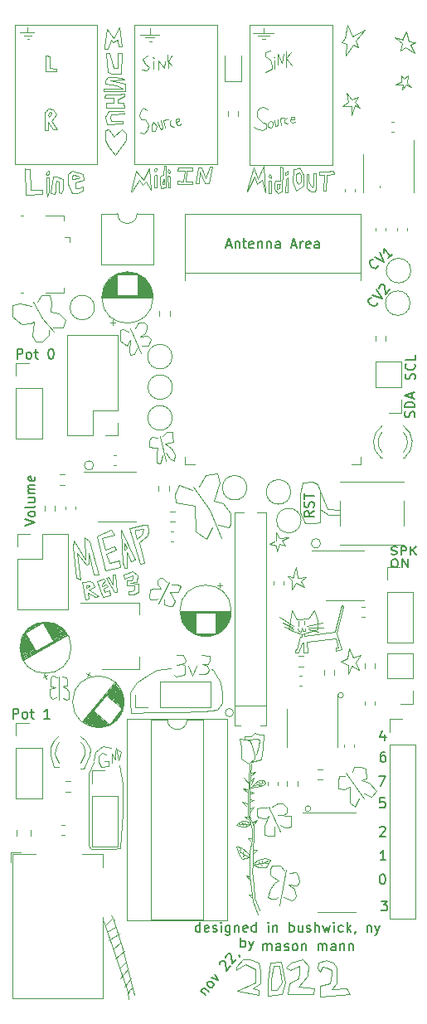
<source format=gbr>
G04 #@! TF.GenerationSoftware,KiCad,Pcbnew,7.0.9*
G04 #@! TF.CreationDate,2023-11-26T15:03:03-05:00*
G04 #@! TF.ProjectId,ESP32_AudioBoard_Rev3,45535033-325f-4417-9564-696f426f6172,rev?*
G04 #@! TF.SameCoordinates,Original*
G04 #@! TF.FileFunction,Legend,Top*
G04 #@! TF.FilePolarity,Positive*
%FSLAX46Y46*%
G04 Gerber Fmt 4.6, Leading zero omitted, Abs format (unit mm)*
G04 Created by KiCad (PCBNEW 7.0.9) date 2023-11-26 15:03:03*
%MOMM*%
%LPD*%
G01*
G04 APERTURE LIST*
%ADD10C,0.120000*%
%ADD11C,0.150000*%
G04 APERTURE END LIST*
D10*
X33710000Y-115750000D02*
X34630000Y-115250000D01*
X34630000Y-115250000D02*
X35580000Y-115770000D01*
X35580000Y-115770000D02*
X35580000Y-117100000D01*
X35580000Y-117100000D02*
X33710000Y-117950000D01*
X33710000Y-117950000D02*
X35950000Y-118400000D01*
X35950000Y-118400000D02*
X35980000Y-117930000D01*
X35980000Y-117930000D02*
X35340000Y-117740000D01*
X35340000Y-117740000D02*
X36140000Y-117170000D01*
X36140000Y-117170000D02*
X36140000Y-115940000D01*
X36140000Y-115940000D02*
X35930000Y-115130000D01*
X35930000Y-115130000D02*
X34980000Y-114730000D01*
X34980000Y-114730000D02*
X34300000Y-114730000D01*
X34300000Y-114730000D02*
X33640000Y-115510000D01*
X33640000Y-115510000D02*
X33640000Y-115870000D01*
X38200000Y-115020000D02*
X37140000Y-115130000D01*
X37140000Y-115130000D02*
X36850000Y-116980000D01*
X36850000Y-116980000D02*
X36920000Y-118490000D01*
X36920000Y-118490000D02*
X38300000Y-118330000D01*
X38300000Y-118330000D02*
X38670000Y-117120000D01*
X38670000Y-117120000D02*
X38230000Y-115040000D01*
X37990000Y-115440000D02*
X37440000Y-115440000D01*
X37440000Y-115440000D02*
X37230000Y-116810000D01*
X37230000Y-116810000D02*
X37230000Y-117930000D01*
X37230000Y-117930000D02*
X37820000Y-117930000D01*
X37820000Y-117930000D02*
X38300000Y-117100000D01*
X38300000Y-117100000D02*
X38040000Y-115440000D01*
X39240000Y-115060000D02*
X40450000Y-114780000D01*
X40450000Y-114780000D02*
X40990000Y-115460000D01*
X40990000Y-115460000D02*
X40970000Y-116410000D01*
X40970000Y-116410000D02*
X40000000Y-117520000D01*
X40000000Y-117520000D02*
X41610000Y-117690000D01*
X41610000Y-117690000D02*
X41560000Y-118350000D01*
X41560000Y-118350000D02*
X38910000Y-118280000D01*
X38910000Y-118280000D02*
X39100000Y-117190000D01*
X39100000Y-117190000D02*
X40020000Y-116670000D01*
X40020000Y-116670000D02*
X40120000Y-116100000D01*
X40120000Y-116100000D02*
X40120000Y-115420000D01*
X40120000Y-115420000D02*
X39150000Y-115840000D01*
X39150000Y-115840000D02*
X38700000Y-115610000D01*
X38700000Y-115610000D02*
X39290000Y-115110000D01*
X42860000Y-114800000D02*
X42060000Y-115060000D01*
X42060000Y-115060000D02*
X41920000Y-115730000D01*
X41920000Y-115730000D02*
X42180000Y-116030000D01*
X42180000Y-116030000D02*
X42440000Y-115560000D01*
X42440000Y-115560000D02*
X42930000Y-115580000D01*
X42930000Y-115580000D02*
X43380000Y-115840000D01*
X43380000Y-115840000D02*
X43360000Y-116320000D01*
X43360000Y-116320000D02*
X43240000Y-117240000D01*
X43240000Y-117240000D02*
X42200000Y-117480000D01*
X42200000Y-117480000D02*
X42200000Y-118560000D01*
X42200000Y-118560000D02*
X45230000Y-118330000D01*
X45230000Y-118330000D02*
X44900000Y-117710000D01*
X44900000Y-117710000D02*
X43430000Y-117810000D01*
X43430000Y-117810000D02*
X43930000Y-117170000D01*
X43930000Y-117170000D02*
X43930000Y-116480000D01*
X43930000Y-116480000D02*
X43930000Y-115630000D01*
X43930000Y-115630000D02*
X43570000Y-115110000D01*
X43570000Y-115110000D02*
X42810000Y-114850000D01*
X27540000Y-89550000D02*
X30370000Y-89450000D01*
X23640000Y-76720000D02*
X23670000Y-77280000D01*
X14640000Y-46950000D02*
X14820000Y-47730000D01*
X22250000Y-117520000D02*
X22870000Y-116690000D01*
X37200000Y-35280000D02*
X36990000Y-35220000D01*
X34180000Y-103310000D02*
X34860000Y-103900000D01*
X38800000Y-28830000D02*
X38610000Y-28990000D01*
X22050000Y-50430000D02*
X21810000Y-50470000D01*
X21050000Y-23430000D02*
X20670000Y-22190000D01*
X44980000Y-84020000D02*
X45190000Y-82980000D01*
X51230000Y-21070000D02*
X51910000Y-21100000D01*
X37100000Y-29130000D02*
X36910000Y-29400000D01*
X28400000Y-85570000D02*
X28310000Y-85690000D01*
X36890000Y-108420000D02*
X37190000Y-108590000D01*
X15290000Y-35250000D02*
X15180000Y-35640000D01*
X15080000Y-36610000D02*
X14680000Y-36490000D01*
X38550000Y-105690000D02*
X38110000Y-105190000D01*
X38140000Y-33830000D02*
X38140000Y-35230000D01*
X12110000Y-34010000D02*
X12180000Y-36730000D01*
X51410000Y-21390000D02*
X51850000Y-22210000D01*
X32260000Y-87560000D02*
X32060000Y-86520000D01*
X20640000Y-112810000D02*
X21690000Y-112100000D01*
X24740000Y-23630000D02*
X24500000Y-24020000D01*
X12990000Y-49680000D02*
X12800000Y-51090000D01*
X24230000Y-74250000D02*
X23730000Y-72150000D01*
X43830000Y-82010000D02*
X40830000Y-82370000D01*
X15530000Y-35320000D02*
X15290000Y-35250000D01*
X25640000Y-76480000D02*
X25750000Y-76620000D01*
X14580000Y-22580000D02*
X14230000Y-22510000D01*
X40010000Y-35610000D02*
X40230000Y-35360000D01*
X41970000Y-80100000D02*
X41990000Y-81100000D01*
X20310000Y-28730000D02*
X20460000Y-29530000D01*
X23740000Y-35140000D02*
X23010000Y-36380000D01*
X51910000Y-21100000D02*
X51410000Y-21390000D01*
X40830000Y-82370000D02*
X40960000Y-83400000D01*
X30850000Y-35510000D02*
X30470000Y-35520000D01*
X39430000Y-35360000D02*
X39720000Y-36230000D01*
X26670000Y-34350000D02*
X26830000Y-34460000D01*
X27930000Y-29620000D02*
X28010000Y-29430000D01*
X40560000Y-82400000D02*
X40340000Y-82520000D01*
X26890000Y-29140000D02*
X26850000Y-29530000D01*
X40070000Y-33960000D02*
X39470000Y-34080000D01*
X30080000Y-33870000D02*
X30560000Y-35040000D01*
X37340000Y-99220000D02*
X37900000Y-98800000D01*
X38790000Y-99250000D02*
X38790000Y-99800000D01*
X14490000Y-28740000D02*
X14650000Y-28650000D01*
X38610000Y-28990000D02*
X38610000Y-29340000D01*
X17440000Y-36520000D02*
X18010000Y-36280000D01*
X43050000Y-69350000D02*
X42230000Y-68810000D01*
X41410000Y-35950000D02*
X41270000Y-35800000D01*
X26490000Y-29000000D02*
X26730000Y-29020000D01*
X17460000Y-34750000D02*
X17010000Y-34680000D01*
X35420000Y-107220000D02*
X35550000Y-108450000D01*
X39370000Y-79140000D02*
X39830000Y-80020000D01*
X26890000Y-34810000D02*
X26720000Y-34750000D01*
X26400000Y-62100000D02*
X27040000Y-62640000D01*
X34980000Y-99290000D02*
X35010000Y-100200000D01*
X35900000Y-35070000D02*
X36420000Y-33690000D01*
X26260000Y-23780000D02*
X26360000Y-23080000D01*
X47170000Y-96730000D02*
X47940000Y-97570000D01*
X24320000Y-50870000D02*
X23880000Y-51140000D01*
X22270000Y-27780000D02*
X22180000Y-27280000D01*
X35210000Y-95740000D02*
X35600000Y-95650000D01*
X37480000Y-22660000D02*
X37490000Y-22600000D01*
X18360000Y-74430000D02*
X17390000Y-73290000D01*
X32340000Y-68220000D02*
X33090000Y-69200000D01*
X46910000Y-95260000D02*
X46950000Y-96320000D01*
X36600000Y-22100000D02*
X36600000Y-22570000D01*
X29160000Y-66820000D02*
X27800000Y-66360000D01*
X20220000Y-21500000D02*
X20460000Y-19790000D01*
X26160000Y-34680000D02*
X25910000Y-34860000D01*
X34960000Y-104310000D02*
X34250000Y-104500000D01*
X39190000Y-80250000D02*
X39370000Y-79140000D01*
X27420000Y-63230000D02*
X27310000Y-63890000D01*
X39300000Y-77000000D02*
X39340000Y-76050000D01*
X36780000Y-99280000D02*
X36220000Y-99280000D01*
X17710000Y-91970000D02*
X18210000Y-92430000D01*
X19420000Y-71550000D02*
X20250000Y-75080000D01*
X15300000Y-93000000D02*
X15130000Y-93770000D01*
X32870000Y-70630000D02*
X31830000Y-70400000D01*
X16280000Y-87110000D02*
X16560000Y-87390000D01*
X39490000Y-81070000D02*
X38610000Y-80820000D01*
X15860000Y-85910000D02*
X16340000Y-85930000D01*
X39860000Y-83050000D02*
X40210000Y-81790000D01*
X44300000Y-84360000D02*
X45000000Y-84000000D01*
X18130000Y-93850000D02*
X18140000Y-93370000D01*
X21080000Y-21120000D02*
X20840000Y-20880000D01*
X24850000Y-19640000D02*
X24850000Y-20360000D01*
X35030000Y-92430000D02*
X35220000Y-92740000D01*
X14510000Y-34250000D02*
X14420000Y-34250000D01*
X45100000Y-85610000D02*
X45050000Y-84700000D01*
X26240000Y-29060000D02*
X26380000Y-29810000D01*
X23870000Y-20360000D02*
X25760000Y-20360000D01*
X35050000Y-99410000D02*
X35460000Y-99180000D01*
X12610000Y-34090000D02*
X12160000Y-34060000D01*
X37490000Y-22600000D02*
X37550000Y-22660000D01*
X15300000Y-24060000D02*
X15300000Y-23800000D01*
X14710000Y-93040000D02*
X14700000Y-93960000D01*
X17220000Y-35890000D02*
X17220000Y-35400000D01*
X24780000Y-61720000D02*
X24780000Y-62470000D01*
X42900000Y-34640000D02*
X43610000Y-34540000D01*
X27990000Y-76620000D02*
X27840000Y-77030000D01*
X34830000Y-100200000D02*
X34480000Y-100230000D01*
X25900000Y-35400000D02*
X25960000Y-36010000D01*
X36730000Y-105320000D02*
X35930000Y-105320000D01*
X35410000Y-96240000D02*
X35150000Y-96900000D01*
X44970000Y-19360000D02*
X45530000Y-20510000D01*
X20520000Y-24640000D02*
X20280000Y-25030000D01*
X25690000Y-23900000D02*
X25710000Y-23000000D01*
X40210000Y-81790000D02*
X40330000Y-81790000D01*
X37530000Y-23010000D02*
X37550000Y-23830000D01*
X26140000Y-29810000D02*
X25970000Y-29100000D01*
X20370000Y-27780000D02*
X22270000Y-27780000D01*
X40170000Y-69090000D02*
X40190000Y-67230000D01*
X36320000Y-20760000D02*
X36660000Y-20760000D01*
X44050000Y-97280000D02*
X44670000Y-97390000D01*
X39600000Y-108610000D02*
X39340000Y-108730000D01*
X20510000Y-76650000D02*
X20410000Y-76490000D01*
X19250000Y-77760000D02*
X18470000Y-77340000D01*
X51530000Y-25710000D02*
X50980000Y-25440000D01*
X38070000Y-109290000D02*
X38760000Y-105600000D01*
X27660000Y-35290000D02*
X28250000Y-35320000D01*
X14650000Y-28650000D02*
X14760000Y-28390000D01*
X22790000Y-76320000D02*
X23640000Y-76400000D01*
X16120000Y-86820000D02*
X15930000Y-86870000D01*
X21810000Y-50470000D02*
X21800000Y-51620000D01*
X24340000Y-29030000D02*
X24710000Y-29530000D01*
X24190000Y-70780000D02*
X23300000Y-70930000D01*
X34890000Y-108170000D02*
X35290000Y-108450000D01*
X22260000Y-72280000D02*
X22510000Y-72770000D01*
X22940000Y-89580000D02*
X25330000Y-89560000D01*
X19570000Y-94620000D02*
X19880000Y-95090000D01*
X44740000Y-20690000D02*
X44970000Y-19360000D01*
X37900000Y-23440000D02*
X37920000Y-22320000D01*
X14210000Y-24060000D02*
X15300000Y-24060000D01*
X12770000Y-20450000D02*
X11980000Y-20450000D01*
X29160000Y-34200000D02*
X28610000Y-34200000D01*
X20200000Y-77280000D02*
X20090000Y-76950000D01*
X25150000Y-22610000D02*
X25300000Y-22690000D01*
X44890000Y-21270000D02*
X44390000Y-21130000D01*
X31740000Y-65180000D02*
X31940000Y-66070000D01*
X27650000Y-35620000D02*
X27660000Y-35290000D01*
X24750000Y-77770000D02*
X24870000Y-78000000D01*
X22090000Y-29140000D02*
X20840000Y-29140000D01*
X14760000Y-28390000D02*
X14690000Y-28240000D01*
X39200000Y-29180000D02*
X39320000Y-29360000D01*
X27400000Y-67250000D02*
X27510000Y-68070000D01*
X26120000Y-61360000D02*
X26570000Y-60950000D01*
X41820000Y-36000000D02*
X41790000Y-34460000D01*
X35770000Y-100500000D02*
X35480000Y-100920000D01*
X37900000Y-98800000D02*
X38400000Y-98800000D01*
X14620000Y-87190000D02*
X14590000Y-87850000D01*
X25900000Y-75770000D02*
X25640000Y-76060000D01*
X35250000Y-101490000D02*
X35270000Y-102530000D01*
X44710000Y-96030000D02*
X44120000Y-96030000D01*
X45700000Y-95150000D02*
X46360000Y-95150000D01*
X36350000Y-29290000D02*
X36690000Y-29400000D01*
X28310000Y-85690000D02*
X27490000Y-85850000D01*
X38350000Y-28840000D02*
X38550000Y-28840000D01*
X42230000Y-66910000D02*
X42980000Y-68790000D01*
X25190000Y-76890000D02*
X24870000Y-76980000D01*
X20410000Y-76490000D02*
X19930000Y-76630000D01*
X20120000Y-75880000D02*
X19460000Y-76150000D01*
X34320000Y-100930000D02*
X33910000Y-100980000D01*
X35560000Y-94290000D02*
X34970000Y-94760000D01*
X24470000Y-35330000D02*
X24090000Y-35710000D01*
X14680000Y-86020000D02*
X14660000Y-86450000D01*
X41430000Y-66020000D02*
X41970000Y-66210000D01*
X20280000Y-25350000D02*
X20870000Y-25410000D01*
X35450000Y-102090000D02*
X35360000Y-103690000D01*
X21430000Y-77220000D02*
X21330000Y-75470000D01*
X39740000Y-105890000D02*
X40050000Y-106270000D01*
X20700000Y-77120000D02*
X20200000Y-77280000D01*
X37870000Y-36520000D02*
X38340000Y-36380000D01*
X27160000Y-61250000D02*
X27230000Y-61950000D01*
X14660000Y-86450000D02*
X14680000Y-86930000D01*
X38140000Y-35570000D02*
X37850000Y-35570000D01*
X35800000Y-28170000D02*
X35760000Y-28730000D01*
X24680000Y-85750000D02*
X23500000Y-86460000D01*
X44380000Y-78640000D02*
X44610000Y-78690000D01*
X34810000Y-92300000D02*
X35660000Y-92210000D01*
X39430000Y-80870000D02*
X38380000Y-80340000D01*
X35200000Y-94790000D02*
X35050000Y-97240000D01*
X23480000Y-76220000D02*
X22790000Y-76320000D01*
X18560000Y-102340000D02*
X18560000Y-103180000D01*
X40660000Y-81230000D02*
X40700000Y-81100000D01*
X20550000Y-24170000D02*
X20960000Y-24320000D01*
X39230000Y-101200000D02*
X38900000Y-101310000D01*
X38360000Y-33900000D02*
X38140000Y-33830000D01*
X19580000Y-93980000D02*
X19570000Y-94620000D01*
X40060000Y-34390000D02*
X39770000Y-34580000D01*
X22930000Y-74140000D02*
X22450000Y-73210000D01*
X26740000Y-34100000D02*
X26670000Y-34350000D01*
X14680000Y-86930000D02*
X15180000Y-86950000D01*
X35930000Y-104920000D02*
X35930000Y-104770000D01*
X38030000Y-71770000D02*
X38960000Y-71670000D01*
X47940000Y-97570000D02*
X47500000Y-98160000D01*
X19910000Y-76470000D02*
X20310000Y-76070000D01*
X40630000Y-80200000D02*
X40630000Y-80590000D01*
X27690000Y-29620000D02*
X27930000Y-29620000D01*
X15560000Y-92550000D02*
X15300000Y-93000000D01*
X38050000Y-36020000D02*
X38100000Y-35820000D01*
X35110000Y-97630000D02*
X35450000Y-97720000D01*
X37010000Y-72360000D02*
X37540000Y-72080000D01*
X35780000Y-99970000D02*
X35890000Y-100280000D01*
X20670000Y-22190000D02*
X20400000Y-22190000D01*
X36560000Y-102090000D02*
X37000000Y-102120000D01*
X25320000Y-34730000D02*
X25320000Y-35900000D01*
X44460000Y-27630000D02*
X45080000Y-27250000D01*
X42266340Y-72280000D02*
G75*
G03*
X42266340Y-72280000I-476340J0D01*
G01*
X36280000Y-35150000D02*
X35810000Y-35620000D01*
X19930000Y-76630000D02*
X19910000Y-76470000D01*
X16870000Y-34280000D02*
X16510000Y-34560000D01*
X16560000Y-88150000D02*
X16280000Y-88220000D01*
X35660000Y-29950000D02*
X35480000Y-29740000D01*
X37790000Y-73110000D02*
X37710000Y-72530000D01*
X15410000Y-30020000D02*
X14760000Y-29150000D01*
X35590000Y-97180000D02*
X35200000Y-97210000D01*
X35220000Y-92740000D02*
X35560000Y-93880000D01*
X22380000Y-75410000D02*
X23100000Y-75160000D01*
X23570000Y-75550000D02*
X23480000Y-76220000D01*
X36980000Y-99140000D02*
X38120000Y-101700000D01*
X45740000Y-27580000D02*
X45400000Y-28600000D01*
X39470000Y-34080000D02*
X39430000Y-35360000D01*
X41050000Y-81060000D02*
X42010000Y-81290000D01*
X18200000Y-95090000D02*
X18060000Y-95270000D01*
X21070000Y-76500000D02*
X20590000Y-75690000D01*
X30380000Y-85650000D02*
X29830000Y-85640000D01*
X44430000Y-83090000D02*
X43820000Y-83240000D01*
X21110000Y-24640000D02*
X20520000Y-24640000D01*
X25660000Y-78420000D02*
X26840000Y-76270000D01*
X20640000Y-30030000D02*
X21140000Y-30680000D01*
X30180000Y-84650000D02*
X30660000Y-84790000D01*
X25540000Y-34700000D02*
X25350000Y-34700000D01*
X40550000Y-34680000D02*
X40080000Y-33920000D01*
X51220000Y-24520000D02*
X51110000Y-25240000D01*
X41970000Y-66210000D02*
X42230000Y-66910000D01*
X25640000Y-76060000D02*
X25640000Y-76480000D01*
X38870000Y-36470000D02*
X38940000Y-34920000D01*
X35560000Y-93880000D02*
X35560000Y-94290000D01*
X22450000Y-73210000D02*
X22450000Y-74830000D01*
X14450000Y-28520000D02*
X14490000Y-28740000D01*
X38900000Y-101310000D02*
X38540000Y-101310000D01*
X14450000Y-27930000D02*
X14150000Y-28190000D01*
X21390000Y-93190000D02*
X21600000Y-94440000D01*
X38920000Y-34260000D02*
X38710000Y-34390000D01*
X40800000Y-75740000D02*
X40250000Y-76130000D01*
X25520000Y-64070000D02*
X25910000Y-64130000D01*
X30930000Y-33830000D02*
X31180000Y-33820000D01*
X22680000Y-50630000D02*
X22050000Y-50430000D01*
X45460000Y-26980000D02*
X46090000Y-26690000D01*
X14470000Y-30060000D02*
X14470000Y-29260000D01*
X35530000Y-96770000D02*
X35960000Y-96450000D01*
X28730000Y-84800000D02*
X29150000Y-85780000D01*
X36140000Y-104990000D02*
X36320000Y-105160000D01*
X12340000Y-20090000D02*
X11600000Y-20090000D01*
X24970000Y-36160000D02*
X24470000Y-35330000D01*
X18560000Y-95830000D02*
X18560000Y-97030000D01*
X26690000Y-23060000D02*
X27060000Y-23450000D01*
X27790000Y-33910000D02*
X29190000Y-33920000D01*
X26470000Y-33760000D02*
X26330000Y-33760000D01*
X37310000Y-23510000D02*
X37290000Y-23850000D01*
X20250000Y-75080000D02*
X21810000Y-74740000D01*
X34810000Y-98280000D02*
X34810000Y-99920000D01*
X20960000Y-93730000D02*
X21290000Y-94320000D01*
X39340000Y-76050000D02*
X38900000Y-75640000D01*
X30490000Y-65270000D02*
X31740000Y-65180000D01*
X20840000Y-29140000D02*
X20810000Y-28700000D01*
X22450000Y-74830000D02*
X22220000Y-74830000D01*
X27480000Y-29260000D02*
X27860000Y-29140000D01*
X36190000Y-94320000D02*
X36380000Y-93150000D01*
X40830000Y-36020000D02*
X41270000Y-36340000D01*
X22090000Y-29410000D02*
X22090000Y-29140000D01*
X19250000Y-93570000D02*
X19070000Y-94440000D01*
X44060000Y-82880000D02*
X43830000Y-82010000D01*
X20290000Y-72920000D02*
X19980000Y-71720000D01*
X44390000Y-21130000D02*
X44800000Y-20630000D01*
X15020000Y-50640000D02*
X13850000Y-49300000D01*
X38680000Y-34420000D02*
X38680000Y-34620000D01*
X24490000Y-49950000D02*
X24490000Y-50340000D01*
X25520000Y-63130000D02*
X25520000Y-64070000D01*
X17780000Y-76010000D02*
X17370000Y-75840000D01*
X50480000Y-25150000D02*
X50480000Y-24480000D01*
X13850000Y-49300000D02*
X12900000Y-47640000D01*
X16410000Y-86780000D02*
X16120000Y-86820000D01*
X40270000Y-34690000D02*
X40080000Y-34430000D01*
X39830000Y-107230000D02*
X38980000Y-107170000D01*
X36600000Y-22570000D02*
X37100000Y-22880000D01*
X40890000Y-80720000D02*
X42470000Y-80380000D01*
X19930000Y-93700000D02*
X19580000Y-93980000D01*
X34400000Y-104060000D02*
X34300000Y-104230000D01*
X34810000Y-99920000D02*
X35250000Y-101490000D01*
X24090000Y-35710000D02*
X23740000Y-35140000D01*
X23880000Y-51140000D02*
X24590000Y-51110000D01*
X23360000Y-71240000D02*
X23490000Y-71800000D01*
X35520000Y-105030000D02*
X36390000Y-104970000D01*
X36310000Y-104870000D02*
X36310000Y-104720000D01*
X21140000Y-26830000D02*
X21140000Y-27310000D01*
X40410000Y-66080000D02*
X41430000Y-66020000D01*
X24540000Y-28060000D02*
X24190000Y-27800000D01*
X20100000Y-25890000D02*
X20100000Y-26150000D01*
X20220000Y-21770000D02*
X20220000Y-21530000D01*
X27310000Y-63890000D02*
X26870000Y-63660000D01*
X51110000Y-25240000D02*
X51530000Y-25710000D01*
X20960000Y-24320000D02*
X21850000Y-24320000D01*
X21110000Y-30740000D02*
X21970000Y-30030000D01*
X34090000Y-103580000D02*
X34090000Y-103430000D01*
X15940000Y-35090000D02*
X15940000Y-36060000D01*
X40250000Y-76130000D02*
X40630000Y-76760000D01*
X27800000Y-28890000D02*
X27580000Y-28890000D01*
X18140000Y-93370000D02*
X17990000Y-92860000D01*
X50410000Y-21980000D02*
X50610000Y-21210000D01*
X23280000Y-76970000D02*
X23280000Y-76590000D01*
X13770000Y-46950000D02*
X14640000Y-46950000D01*
X21320000Y-26150000D02*
X22290000Y-26150000D01*
X44210000Y-69350000D02*
X43050000Y-69350000D01*
X39740000Y-108280000D02*
X39600000Y-108610000D01*
X18060000Y-35210000D02*
X17980000Y-34580000D01*
X40610000Y-81510000D02*
X40610000Y-81740000D01*
X35110000Y-97250000D02*
X35530000Y-96770000D01*
X26830000Y-34460000D02*
X26920000Y-34360000D01*
X22970000Y-76070000D02*
X23100000Y-75810000D01*
X43610000Y-34540000D02*
X43590000Y-34210000D01*
X20090000Y-76950000D02*
X20510000Y-76650000D01*
X37200000Y-36550000D02*
X37200000Y-35280000D01*
X33890000Y-104040000D02*
X33630000Y-103220000D01*
X14510000Y-34940000D02*
X14280000Y-34940000D01*
X24900000Y-51430000D02*
X24670000Y-52090000D01*
X28360000Y-84570000D02*
X27570000Y-84730000D01*
X18560000Y-103180000D02*
X18850000Y-103510000D01*
X35360000Y-108820000D02*
X35900000Y-110180000D01*
X14990000Y-85770000D02*
X14830000Y-85770000D01*
X22790000Y-50320000D02*
X23930000Y-52890000D01*
X34480000Y-100910000D02*
X34480000Y-100750000D01*
X21130000Y-110750000D02*
X21990000Y-113410000D01*
X21260000Y-32600000D02*
X20610000Y-31780000D01*
X37620000Y-35270000D02*
X37530000Y-35480000D01*
X26460000Y-63850000D02*
X25840000Y-61340000D01*
X20310000Y-76070000D02*
X20120000Y-75880000D01*
X22060000Y-25830000D02*
X21380000Y-25890000D01*
X22640000Y-77190000D02*
X23020000Y-77140000D01*
X46280000Y-27780000D02*
X45740000Y-27580000D01*
X23170000Y-77530000D02*
X22660000Y-77520000D01*
X36380000Y-93150000D02*
X36480000Y-91800000D01*
X37530000Y-29040000D02*
X37600000Y-29630000D01*
X25510000Y-85240000D02*
X24680000Y-85750000D01*
X16280000Y-88220000D02*
X15930000Y-88090000D01*
X30980000Y-83750000D02*
X30980000Y-84180000D01*
X33660000Y-101040000D02*
X34270000Y-101240000D01*
X36660000Y-104400000D02*
X37160000Y-104630000D01*
X20460000Y-19790000D02*
X21110000Y-20680000D01*
X37110000Y-106100000D02*
X37330000Y-106310000D01*
X26170000Y-35050000D02*
X26160000Y-35580000D01*
X26330000Y-33760000D02*
X26190000Y-34660000D01*
X49950000Y-25440000D02*
X50400000Y-25220000D01*
X44830000Y-22450000D02*
X44890000Y-21270000D01*
X22240000Y-28430000D02*
X22240000Y-28310000D01*
X22180000Y-28140000D02*
X20610000Y-28140000D01*
X23920000Y-29010000D02*
X24340000Y-29030000D01*
X18340000Y-76580000D02*
X18340000Y-76820000D01*
X17910000Y-76270000D02*
X18720000Y-76180000D01*
X40190000Y-67230000D02*
X40410000Y-66080000D01*
X24780000Y-62470000D02*
X25240000Y-62490000D01*
X21800000Y-103400000D02*
X22090000Y-99760000D01*
X11540000Y-47780000D02*
X10830000Y-47990000D01*
X28190000Y-84640000D02*
X28410000Y-84820000D01*
X35220000Y-108160000D02*
X34890000Y-108170000D01*
X12760000Y-48050000D02*
X11540000Y-47780000D01*
X37810000Y-35830000D02*
X37840000Y-36060000D01*
X41990000Y-81100000D02*
X40350000Y-81590000D01*
X44670000Y-97390000D02*
X45300000Y-97170000D01*
X35760000Y-28730000D02*
X36350000Y-29290000D01*
X14470000Y-29260000D02*
X14970000Y-30000000D01*
X27690000Y-34230000D02*
X27770000Y-33920000D01*
X39980000Y-80250000D02*
X39990000Y-80690000D01*
X35930000Y-105320000D02*
X35400000Y-105130000D01*
X21940000Y-21530000D02*
X21610000Y-21500000D01*
X36600000Y-104940000D02*
X36870000Y-104940000D01*
X20220000Y-26830000D02*
X21140000Y-26830000D01*
X21940000Y-22240000D02*
X21550000Y-22220000D01*
X30780000Y-84580000D02*
X30480000Y-84620000D01*
X48280000Y-35760000D02*
X48280000Y-35930000D01*
X34660000Y-100630000D02*
X34150000Y-100630000D01*
X39910000Y-75770000D02*
X40800000Y-75740000D01*
X44120000Y-96030000D02*
X44050000Y-96540000D01*
X18550000Y-74410000D02*
X18360000Y-74430000D01*
X20890000Y-93170000D02*
X20020000Y-92980000D01*
X13370000Y-47640000D02*
X13770000Y-46950000D01*
X15200000Y-94030000D02*
X15570000Y-94700000D01*
X33367612Y-89560000D02*
G75*
G03*
X33367612Y-89560000I-417612J0D01*
G01*
X39890000Y-81010000D02*
X40050000Y-81210000D01*
X30370000Y-89450000D02*
X31710000Y-89310000D01*
X24580000Y-70430000D02*
X24150000Y-70410000D01*
X36420000Y-27740000D02*
X36070000Y-27810000D01*
X22530000Y-118080000D02*
X22680000Y-118810000D01*
X25510000Y-35900000D02*
X25540000Y-34700000D01*
X14120000Y-28240000D02*
X14120000Y-30090000D01*
X19630000Y-75450000D02*
X19110000Y-75450000D01*
X14760000Y-29150000D02*
X15280000Y-28450000D01*
X39600000Y-107560000D02*
X39740000Y-108280000D01*
X24600000Y-71510000D02*
X24690000Y-70990000D01*
X18260000Y-73910000D02*
X18160000Y-71700000D01*
X35450000Y-103620000D02*
X35810000Y-103620000D01*
X45840000Y-84410000D02*
X46160000Y-85220000D01*
X38940000Y-34920000D02*
X38730000Y-35120000D01*
X26900000Y-35970000D02*
X26890000Y-34810000D01*
X24670000Y-52090000D02*
X24200000Y-52140000D01*
X15930000Y-86870000D02*
X16280000Y-87110000D01*
X24750000Y-33970000D02*
X24970000Y-36160000D01*
X16340000Y-85930000D02*
X16410000Y-86210000D01*
X10830000Y-49160000D02*
X11710000Y-49880000D01*
X20280000Y-30120000D02*
X20640000Y-30030000D01*
X11600000Y-20090000D02*
X13030000Y-20100000D01*
X19980000Y-71720000D02*
X21230000Y-71410000D01*
X24870000Y-78000000D02*
X25550000Y-78000000D01*
X25160000Y-29260000D02*
X25010000Y-29610000D01*
X13890000Y-51660000D02*
X14520000Y-51040000D01*
X21550000Y-26920000D02*
X22240000Y-26630000D01*
X12700000Y-36200000D02*
X12610000Y-34090000D01*
X26260000Y-29050000D02*
X26490000Y-29000000D01*
X37110000Y-105500000D02*
X37110000Y-106100000D01*
X43250000Y-34290000D02*
X42120000Y-34330000D01*
X34150000Y-93120000D02*
X34020000Y-92240000D01*
X23500000Y-86460000D02*
X22840000Y-87500000D01*
X37030000Y-34540000D02*
X36980000Y-34860000D01*
X14120000Y-30090000D02*
X14470000Y-30060000D01*
X23210000Y-52970000D02*
X23530000Y-52330000D01*
X29770000Y-33870000D02*
X30080000Y-33870000D01*
X35010000Y-100200000D02*
X35450000Y-101110000D01*
X36670000Y-100330000D02*
X36950000Y-100080000D01*
X36010000Y-91800000D02*
X35530000Y-91610000D01*
X37710000Y-72530000D02*
X37010000Y-72360000D01*
X45050000Y-84700000D02*
X44300000Y-84360000D01*
X25830000Y-29950000D02*
X26020000Y-29990000D01*
X14830000Y-85770000D02*
X14680000Y-86020000D01*
X10830000Y-47990000D02*
X10830000Y-49160000D01*
X24760000Y-20990000D02*
X25060000Y-20990000D01*
X15340000Y-85970000D02*
X14990000Y-85770000D01*
X39770000Y-35270000D02*
X40010000Y-35610000D01*
X35970000Y-93000000D02*
X35660000Y-93880000D01*
X14680000Y-36470000D02*
X14920000Y-34830000D01*
X40070000Y-106890000D02*
X39830000Y-107230000D01*
X26300000Y-35620000D02*
X26310000Y-35070000D01*
X37290000Y-23850000D02*
X36640000Y-24130000D01*
X39030000Y-81070000D02*
X39160000Y-80250000D01*
X22290000Y-26150000D02*
X22290000Y-25350000D01*
X24190000Y-27800000D02*
X23910000Y-28050000D01*
X19180000Y-64960000D02*
X18810000Y-64960000D01*
X27470000Y-29230000D02*
X27530000Y-29430000D01*
X19470000Y-76160000D02*
X20010000Y-77780000D01*
X50610000Y-25970000D02*
X50650000Y-25440000D01*
X22510000Y-76090000D02*
X22970000Y-76070000D01*
X41520000Y-35660000D02*
X41410000Y-35950000D01*
X36910000Y-29400000D02*
X36910000Y-29780000D01*
X21850000Y-26420000D02*
X20250000Y-26480000D01*
X22220000Y-74830000D02*
X22120000Y-74330000D01*
X21550000Y-23750000D02*
X21140000Y-23750000D01*
X44210000Y-68900000D02*
X44210000Y-69350000D01*
X14340000Y-36850000D02*
X14490000Y-36390000D01*
X37200000Y-34970000D02*
X37230000Y-34720000D01*
X35370000Y-20170000D02*
X37490000Y-20170000D01*
X27130000Y-78710000D02*
X26810000Y-78710000D01*
X20870000Y-25410000D02*
X21440000Y-25530000D01*
X23320000Y-73940000D02*
X22930000Y-74140000D01*
X51050000Y-19980000D02*
X51230000Y-21070000D01*
X17230000Y-36040000D02*
X17220000Y-35890000D01*
X40330000Y-81790000D02*
X40360000Y-81620000D01*
X35450000Y-97720000D02*
X35080000Y-97840000D01*
X39830000Y-80020000D02*
X41040000Y-79920000D01*
X15300000Y-34830000D02*
X15940000Y-35090000D01*
X27100000Y-77270000D02*
X26870000Y-77210000D01*
X23300000Y-70930000D02*
X23340000Y-71360000D01*
X38960000Y-71670000D02*
X38320000Y-72040000D01*
X46360000Y-95150000D02*
X46910000Y-95260000D01*
X36950000Y-100080000D02*
X36560000Y-101140000D01*
X23670000Y-77280000D02*
X23170000Y-77530000D01*
X30070000Y-83690000D02*
X30980000Y-83750000D01*
X34250000Y-104500000D02*
X33890000Y-104040000D01*
X30910000Y-68890000D02*
X32160000Y-71720000D01*
X14150000Y-34540000D02*
X14350000Y-34630000D01*
X13210000Y-51660000D02*
X13890000Y-51660000D01*
X20280000Y-25030000D02*
X20280000Y-25350000D01*
X14820000Y-47730000D02*
X14660000Y-48660000D01*
X35530000Y-91610000D02*
X35220000Y-91990000D01*
X20340000Y-111180000D02*
X21020000Y-110530000D01*
X27570000Y-83710000D02*
X28260000Y-83720000D01*
X30660000Y-84790000D02*
X30880000Y-85170000D01*
X35360000Y-105080000D02*
X35270000Y-105680000D01*
X22510000Y-72770000D02*
X22280000Y-72900000D01*
X45300000Y-97170000D02*
X45300000Y-97830000D01*
X16890000Y-36510000D02*
X17440000Y-36520000D01*
X14580000Y-23780000D02*
X14580000Y-22580000D01*
X24560000Y-22460000D02*
X24110000Y-22850000D01*
X18600000Y-77960000D02*
X18340000Y-77970000D01*
X24710000Y-29530000D02*
X24580000Y-29990000D01*
X17980000Y-34580000D02*
X16870000Y-34280000D01*
X40050000Y-81210000D02*
X40270000Y-81290000D01*
X46770000Y-19860000D02*
X45830000Y-20920000D01*
X38760000Y-22730000D02*
X39260000Y-22140000D01*
X40400000Y-81230000D02*
X40660000Y-81230000D01*
X22260000Y-72900000D02*
X22260000Y-72280000D01*
X22180000Y-75510000D02*
X22380000Y-75390000D01*
X34150000Y-103850000D02*
X34030000Y-103870000D01*
X45750000Y-27220000D02*
X46280000Y-27780000D01*
X42980000Y-68790000D02*
X44210000Y-68900000D01*
X35490000Y-34850000D02*
X34790000Y-36360000D01*
X18620000Y-76780000D02*
X18640000Y-76590000D01*
X37130000Y-107580000D02*
X36890000Y-108420000D01*
X16510000Y-35560000D02*
X16890000Y-36510000D01*
X40230000Y-35360000D02*
X40270000Y-34690000D01*
X24590000Y-51110000D02*
X24900000Y-51430000D01*
X42670000Y-34620000D02*
X42540000Y-36250000D01*
X27490000Y-85850000D02*
X27310000Y-85720000D01*
X45590000Y-21360000D02*
X44830000Y-22450000D01*
X15770000Y-36490000D02*
X15530000Y-36460000D01*
X38680000Y-34620000D02*
X38920000Y-34540000D01*
X35010000Y-106120000D02*
X35360000Y-108820000D01*
X45530000Y-20510000D02*
X46770000Y-19860000D01*
X36980000Y-34860000D02*
X37200000Y-34970000D01*
X21990000Y-113410000D02*
X23250000Y-118420000D01*
X26550000Y-76210000D02*
X26110000Y-75770000D01*
X21230000Y-72590000D02*
X20290000Y-72920000D01*
X20380000Y-103510000D02*
X21080000Y-103510000D01*
X21550000Y-27280000D02*
X21550000Y-26920000D01*
X14210000Y-22490000D02*
X14210000Y-24060000D01*
X38790000Y-99800000D02*
X38450000Y-100000000D01*
X24110000Y-22850000D02*
X24370000Y-23280000D01*
X38980000Y-107170000D02*
X39600000Y-107560000D01*
X14230000Y-36280000D02*
X14340000Y-36850000D01*
X23760000Y-28600000D02*
X23920000Y-29010000D01*
X47500000Y-98160000D02*
X46730000Y-97830000D01*
X35810000Y-35620000D02*
X35490000Y-34850000D01*
X26850000Y-29530000D02*
X26990000Y-29690000D01*
X28410000Y-84820000D02*
X28400000Y-85570000D01*
X25310000Y-20590000D02*
X24320000Y-20590000D01*
X50910000Y-21650000D02*
X50410000Y-21980000D01*
X17080000Y-71990000D02*
X18260000Y-73910000D01*
X25360000Y-33990000D02*
X25240000Y-34060000D01*
X37360000Y-29600000D02*
X37360000Y-29220000D01*
X14900000Y-88130000D02*
X15310000Y-87980000D01*
X38920000Y-34540000D02*
X38920000Y-34260000D01*
X35360000Y-103690000D02*
X35360000Y-105080000D01*
X26690000Y-35970000D02*
X26900000Y-35970000D01*
X26990000Y-29690000D02*
X27310000Y-29710000D01*
X23100000Y-75810000D02*
X23100000Y-75530000D01*
X12800000Y-51090000D02*
X13210000Y-51660000D01*
X25240000Y-34060000D02*
X25240000Y-34270000D01*
X24500000Y-24020000D02*
X24000000Y-23940000D01*
X22380000Y-31120000D02*
X21260000Y-32600000D01*
X17750000Y-94680000D02*
X18130000Y-93850000D01*
X44050000Y-96540000D02*
X44050000Y-97280000D01*
X20840000Y-20880000D02*
X20520000Y-21770000D01*
X37100000Y-22880000D02*
X37310000Y-23510000D01*
X18670000Y-93960000D02*
X18200000Y-95090000D01*
X38660000Y-36450000D02*
X38870000Y-36470000D01*
X35030000Y-94820000D02*
X34810000Y-98280000D01*
X29220000Y-66510000D02*
X30910000Y-68890000D01*
X35420000Y-104960000D02*
X35830000Y-104600000D01*
X22240000Y-26630000D02*
X22210000Y-26390000D01*
X12180000Y-36730000D02*
X13870000Y-36610000D01*
X37530000Y-35480000D02*
X37530000Y-36140000D01*
X45570000Y-83910000D02*
X46320000Y-83660000D01*
X35270000Y-97090000D02*
X36380000Y-96710000D01*
X45480000Y-95660000D02*
X45700000Y-95150000D01*
X24200000Y-52140000D02*
X24010000Y-52140000D01*
X25710000Y-23000000D02*
X26260000Y-23780000D01*
X15000000Y-95150000D02*
X15570000Y-95150000D01*
X30560000Y-35040000D02*
X30930000Y-33830000D01*
X20580000Y-94490000D02*
X20190000Y-94490000D01*
X21850000Y-93620000D02*
X21420000Y-93210000D01*
X27530000Y-29430000D02*
X27690000Y-29620000D01*
X22660000Y-77520000D02*
X22640000Y-77190000D01*
X27080000Y-29030000D02*
X26890000Y-29140000D01*
X22700000Y-117910000D02*
X23080000Y-117650000D01*
X27860000Y-29140000D02*
X27800000Y-28890000D01*
X35660000Y-92210000D02*
X36040000Y-92330000D01*
X41274109Y-99370000D02*
G75*
G03*
X41274109Y-99370000I-294109J0D01*
G01*
X14270000Y-34970000D02*
X14230000Y-36280000D01*
X27580000Y-28890000D02*
X27480000Y-29040000D01*
X24280000Y-30430000D02*
X23850000Y-30310000D01*
X19110000Y-75450000D02*
X18590000Y-73290000D01*
X45400000Y-27630000D02*
X44460000Y-27630000D01*
X19880000Y-95090000D02*
X20580000Y-95050000D01*
X19087547Y-64320000D02*
G75*
G03*
X19087547Y-64320000I-467547J0D01*
G01*
X23490000Y-71800000D02*
X24020000Y-71430000D01*
X35960000Y-96450000D02*
X36440000Y-96450000D01*
X34400000Y-96200000D02*
X34810000Y-96720000D01*
X22180000Y-27280000D02*
X21550000Y-27280000D01*
X20100000Y-26150000D02*
X20490000Y-26150000D01*
X29950000Y-34330000D02*
X29860000Y-35550000D01*
X35050000Y-97240000D02*
X34980000Y-99290000D01*
X26480000Y-35940000D02*
X26470000Y-33760000D01*
X21800000Y-51620000D02*
X22500000Y-52140000D01*
X24270000Y-49710000D02*
X24490000Y-49950000D01*
X17390000Y-73290000D02*
X17780000Y-76010000D01*
X41050000Y-35350000D02*
X41040000Y-34560000D01*
X18010000Y-35870000D02*
X17580000Y-36040000D01*
X39520000Y-80680000D02*
X38040000Y-79800000D01*
X37230000Y-34720000D02*
X37030000Y-34540000D01*
X18560000Y-97030000D02*
X18560000Y-99030000D01*
X29490000Y-71030000D02*
X30580000Y-71870000D01*
X31380000Y-67960000D02*
X32340000Y-68220000D01*
X35030000Y-100870000D02*
X34660000Y-100630000D01*
X14350000Y-34320000D02*
X14150000Y-34540000D01*
X26920000Y-34360000D02*
X26920000Y-34200000D01*
X20760000Y-77570000D02*
X20700000Y-77120000D01*
X35460000Y-99180000D02*
X35110000Y-99650000D01*
X37530000Y-102120000D02*
X37560000Y-101200000D01*
X46950000Y-96320000D02*
X46440000Y-96510000D01*
X34680000Y-101040000D02*
X34680000Y-101160000D01*
X34360000Y-101000000D02*
X34360000Y-101080000D01*
X36560000Y-101140000D02*
X36560000Y-102090000D01*
X27570000Y-84730000D02*
X28190000Y-84640000D01*
X21600000Y-94440000D02*
X21850000Y-93620000D01*
X34860000Y-102390000D02*
X35140000Y-102650000D01*
X35270000Y-105680000D02*
X35420000Y-107220000D01*
X21180000Y-110795000D02*
X20860000Y-110265000D01*
X24580000Y-29990000D02*
X24280000Y-30430000D01*
X39630000Y-83180000D02*
X39860000Y-83050000D01*
X35780000Y-99330000D02*
X35780000Y-99970000D01*
X38340000Y-36380000D02*
X38360000Y-33900000D01*
X37870000Y-100000000D02*
X39230000Y-100080000D01*
X40830000Y-34640000D02*
X40830000Y-36020000D01*
X19070000Y-94620000D02*
X18560000Y-95830000D01*
X35210000Y-102410000D02*
X34860000Y-102390000D01*
X38110000Y-105190000D02*
X37330000Y-105190000D01*
X26020000Y-29990000D02*
X26140000Y-29810000D01*
X37690000Y-71140000D02*
X38030000Y-71770000D01*
X39370000Y-23510000D02*
X38760000Y-22730000D01*
X21330000Y-75470000D02*
X21070000Y-75470000D01*
X36270000Y-96670000D02*
X36310000Y-96580000D01*
X15180000Y-35640000D02*
X15180000Y-36280000D01*
X50650000Y-25440000D02*
X49950000Y-25440000D01*
X38330000Y-23270000D02*
X38460000Y-22340000D01*
X20400000Y-93810000D02*
X19930000Y-93700000D01*
X21380000Y-25890000D02*
X20100000Y-25890000D01*
X34790000Y-36220000D02*
X35410000Y-33920000D01*
X42120000Y-34620000D02*
X42670000Y-34620000D01*
X25010000Y-29610000D02*
X25010000Y-30140000D01*
X19160000Y-76750000D02*
X18580000Y-77010000D01*
X34270000Y-101240000D02*
X34640000Y-101240000D01*
X30480000Y-84620000D02*
X30180000Y-84650000D01*
X29890000Y-66470000D02*
X30490000Y-65270000D01*
X21820000Y-116690000D02*
X22570000Y-115740000D01*
X23020000Y-77140000D02*
X23280000Y-76970000D01*
X14350000Y-34630000D02*
X14490000Y-34580000D01*
X24150000Y-70410000D02*
X22800000Y-70700000D01*
X40330000Y-80900000D02*
X40400000Y-81230000D01*
X37090000Y-21930000D02*
X36600000Y-22100000D01*
X36480000Y-91800000D02*
X36010000Y-91800000D01*
X40340000Y-82520000D02*
X40030000Y-83390000D01*
X39460000Y-75770000D02*
X39760000Y-74690000D01*
X34860000Y-96600000D02*
X34400000Y-96200000D01*
X30580000Y-71870000D02*
X31180000Y-70650000D01*
X35830000Y-104600000D02*
X36660000Y-104400000D01*
X18270000Y-77980000D02*
X17910000Y-76270000D01*
X50980000Y-25440000D02*
X50610000Y-25970000D01*
X22500000Y-52140000D02*
X22790000Y-51480000D01*
X18560000Y-99030000D02*
X18560000Y-101000000D01*
X35090000Y-96560000D02*
X35410000Y-96240000D01*
X22090000Y-99760000D02*
X22020000Y-96810000D01*
X12660000Y-49810000D02*
X12990000Y-49680000D01*
X42780000Y-36260000D02*
X42900000Y-34640000D01*
X39450000Y-29360000D02*
X39630000Y-29220000D01*
X39760000Y-74690000D02*
X39910000Y-75770000D01*
X28250000Y-35320000D02*
X28370000Y-34240000D01*
X25750000Y-76620000D02*
X25990000Y-76890000D01*
X22630000Y-118210000D02*
X22700000Y-117910000D01*
X35810000Y-103620000D02*
X35430000Y-103920000D01*
X22840000Y-53070000D02*
X22710000Y-52590000D01*
X36440000Y-96450000D02*
X36600000Y-96830000D01*
X26980000Y-85040000D02*
X25510000Y-85240000D01*
X33630000Y-103220000D02*
X34180000Y-103310000D01*
X36850000Y-27980000D02*
X36420000Y-27740000D01*
X22830000Y-88520000D02*
X22940000Y-89580000D01*
X20810000Y-25000000D02*
X22240000Y-24910000D01*
X18560000Y-101000000D02*
X18560000Y-102340000D01*
X26670000Y-22360000D02*
X26710000Y-23710000D01*
X21110000Y-113660000D02*
X21820000Y-113040000D01*
X17580000Y-36040000D02*
X17230000Y-36040000D01*
X42120000Y-34330000D02*
X42120000Y-34620000D01*
X27120000Y-60950000D02*
X27160000Y-61250000D01*
X34150000Y-100630000D02*
X33660000Y-101040000D01*
X44820000Y-95700000D02*
X46660000Y-98340000D01*
X46160000Y-85220000D02*
X45390000Y-84770000D01*
X22220000Y-75890000D02*
X22180000Y-75510000D01*
X34280000Y-98630000D02*
X34700000Y-99080000D01*
X12340000Y-19560000D02*
X12340000Y-20090000D01*
X25570000Y-29660000D02*
X25210000Y-29220000D01*
X19550000Y-64960000D02*
X19180000Y-64960000D01*
X40610000Y-81740000D02*
X43740000Y-81280000D01*
X39230000Y-100080000D02*
X39230000Y-100780000D01*
X37220000Y-29800000D02*
X37360000Y-29600000D01*
X35450000Y-101110000D02*
X35450000Y-102090000D01*
X22080000Y-74330000D02*
X21870000Y-70930000D01*
X35600000Y-95650000D02*
X35190000Y-95990000D01*
X27040000Y-62640000D02*
X27420000Y-63230000D01*
X23290000Y-50350000D02*
X23690000Y-49760000D01*
X34990000Y-100930000D02*
X34320000Y-100930000D01*
X27800000Y-66360000D02*
X27400000Y-67250000D01*
X18590000Y-73290000D02*
X18550000Y-74410000D01*
X22840000Y-87500000D02*
X22830000Y-88520000D01*
X29190000Y-33920000D02*
X29160000Y-34200000D01*
X14660000Y-48660000D02*
X15540000Y-48760000D01*
X36390000Y-104970000D02*
X36870000Y-104690000D01*
X15940000Y-36060000D02*
X15770000Y-36490000D01*
X39740000Y-76280000D02*
X39300000Y-77000000D01*
X41510000Y-34490000D02*
X41520000Y-35660000D01*
X21230000Y-71410000D02*
X20890000Y-70930000D01*
X33090000Y-70320000D02*
X32870000Y-70630000D01*
X17560000Y-35040000D02*
X17670000Y-34940000D01*
X25050000Y-61440000D02*
X24780000Y-61720000D01*
X25240000Y-62490000D02*
X25610000Y-62510000D01*
X23100000Y-75530000D02*
X22220000Y-75890000D01*
X23280000Y-76590000D02*
X22520000Y-76590000D01*
X21970000Y-30030000D02*
X22380000Y-30440000D01*
X36420000Y-33690000D02*
X36600000Y-36400000D01*
X18650000Y-72090000D02*
X19630000Y-75450000D01*
X35300000Y-100750000D02*
X35770000Y-100500000D01*
X26870000Y-63660000D02*
X26500000Y-63000000D01*
X42250000Y-66930000D02*
X42230000Y-70170000D01*
X20400000Y-27310000D02*
X20370000Y-27780000D01*
X31710000Y-89310000D02*
X32180000Y-88600000D01*
X25990000Y-76890000D02*
X25190000Y-76890000D01*
X18470000Y-77340000D02*
X18600000Y-77960000D01*
X25330000Y-89560000D02*
X27540000Y-89550000D01*
X14920000Y-34830000D02*
X15300000Y-34830000D01*
X23730000Y-72150000D02*
X24600000Y-71510000D01*
X21710000Y-115720000D02*
X22420000Y-115040000D01*
X29150000Y-85780000D02*
X29570000Y-84790000D01*
X18210000Y-92430000D02*
X18730000Y-93270000D01*
X34490000Y-91990000D02*
X34490000Y-92210000D01*
X37190000Y-108590000D02*
X37730000Y-108590000D01*
X29420000Y-68450000D02*
X29490000Y-71030000D01*
X45080000Y-27250000D02*
X44900000Y-26290000D01*
X30880000Y-85170000D02*
X30660000Y-85550000D01*
X25550000Y-34010000D02*
X25400000Y-34010000D01*
X34150000Y-94250000D02*
X34150000Y-93120000D01*
X29180000Y-35630000D02*
X27650000Y-35620000D01*
X21870000Y-70930000D02*
X23320000Y-73940000D01*
X24870000Y-76980000D02*
X24750000Y-77770000D01*
X26660000Y-34770000D02*
X26690000Y-35970000D01*
X27720000Y-77270000D02*
X27100000Y-77270000D01*
X25010000Y-30140000D02*
X25370000Y-30160000D01*
X27510000Y-68070000D02*
X29420000Y-68450000D01*
X31320000Y-85230000D02*
X31110000Y-85160000D01*
X18730000Y-93270000D02*
X18670000Y-93960000D01*
X34590000Y-92300000D02*
X35030000Y-92430000D01*
X41630000Y-79070000D02*
X41970000Y-80100000D01*
X42230000Y-70170000D02*
X41580000Y-70210000D01*
X21110000Y-20680000D02*
X21700000Y-19610000D01*
X46120000Y-21600000D02*
X45590000Y-21360000D01*
X21700000Y-74020000D02*
X20710000Y-74310000D01*
X21810000Y-74740000D02*
X21700000Y-74020000D01*
X20280000Y-31100000D02*
X20280000Y-30120000D01*
X38100000Y-35820000D02*
X38100000Y-35580000D01*
X16510000Y-34560000D02*
X16510000Y-35560000D01*
X26160000Y-35580000D02*
X26300000Y-35620000D01*
X25610000Y-62510000D02*
X25520000Y-63130000D01*
X34260000Y-103900000D02*
X33940000Y-103550000D01*
X21700000Y-19610000D02*
X21940000Y-21530000D01*
X18720000Y-76180000D02*
X19020000Y-76280000D01*
X23690000Y-49760000D02*
X24270000Y-49710000D01*
X41040000Y-79920000D02*
X41630000Y-79070000D01*
X18160000Y-71700000D02*
X18650000Y-72090000D01*
X39320000Y-29360000D02*
X39450000Y-29360000D01*
X22380000Y-30440000D02*
X22380000Y-31120000D01*
X15530000Y-36460000D02*
X15530000Y-35320000D01*
X15540000Y-48760000D02*
X16230000Y-49470000D01*
X34970000Y-94760000D02*
X34150000Y-94250000D01*
X36600000Y-96830000D02*
X36160000Y-97080000D01*
X24850000Y-20360000D02*
X23870000Y-20360000D01*
X29860000Y-35550000D02*
X29520000Y-35490000D01*
X40690000Y-70210000D02*
X40170000Y-69090000D01*
X45400000Y-28600000D02*
X45400000Y-27630000D01*
X44900000Y-26290000D02*
X45460000Y-26980000D01*
X37600000Y-29630000D02*
X37830000Y-29630000D01*
X39200000Y-29030000D02*
X39570000Y-28960000D01*
X25550000Y-78000000D02*
X25720000Y-77830000D01*
X35000000Y-104310000D02*
X34260000Y-103900000D01*
X41270000Y-36340000D02*
X41680000Y-36320000D01*
X38130000Y-28920000D02*
X38220000Y-29550000D01*
X38690000Y-72470000D02*
X38060000Y-72330000D01*
X35410000Y-33920000D02*
X35900000Y-35070000D01*
X34730000Y-98800000D02*
X34280000Y-98630000D01*
X21300000Y-114690000D02*
X22230000Y-113880000D01*
X27840000Y-77030000D02*
X27720000Y-77270000D01*
X43910000Y-81450000D02*
X44430000Y-83090000D01*
X37020000Y-20460000D02*
X35880000Y-20460000D01*
X41580000Y-70210000D02*
X40690000Y-70210000D01*
X35910000Y-96740000D02*
X35970000Y-96610000D01*
X25240000Y-34270000D02*
X25360000Y-34300000D01*
X14650000Y-28210000D02*
X14450000Y-28520000D01*
X25620000Y-29210000D02*
X25830000Y-29950000D01*
X36600000Y-36400000D02*
X36280000Y-35150000D01*
X21940000Y-24790000D02*
X21110000Y-24640000D01*
X36430000Y-19640000D02*
X36450000Y-20170000D01*
X25960000Y-36010000D02*
X26480000Y-35940000D01*
X44610000Y-78690000D02*
X43910000Y-81450000D01*
X20580000Y-95050000D02*
X20580000Y-94490000D01*
X38100000Y-35280000D02*
X37620000Y-35270000D01*
X49820000Y-20600000D02*
X50670000Y-20860000D01*
X37530000Y-36140000D02*
X37870000Y-36520000D01*
X20250000Y-26480000D02*
X20220000Y-26830000D01*
X20810000Y-28700000D02*
X20870000Y-28520000D01*
X50560000Y-20890000D02*
X51050000Y-19980000D01*
X28610000Y-34200000D02*
X28520000Y-35380000D01*
X21070000Y-75470000D02*
X21070000Y-76500000D01*
X15300000Y-23800000D02*
X14580000Y-23780000D01*
X35270000Y-102530000D02*
X35010000Y-103720000D01*
X36070000Y-27810000D02*
X35800000Y-28170000D01*
X25370000Y-30160000D02*
X25570000Y-29660000D01*
X46440000Y-96510000D02*
X47170000Y-96730000D01*
X16560000Y-87390000D02*
X16560000Y-88150000D01*
X40050000Y-106270000D02*
X40070000Y-106890000D01*
X22240000Y-24910000D02*
X21910000Y-24730000D01*
X36310000Y-30120000D02*
X35660000Y-29950000D01*
X17000000Y-72690000D02*
X17080000Y-71990000D01*
X42540000Y-36250000D02*
X42780000Y-36260000D01*
X35460000Y-98510000D02*
X34990000Y-98650000D01*
X18580000Y-77010000D02*
X19630000Y-77640000D01*
X37330000Y-105190000D02*
X37110000Y-105500000D01*
X41790000Y-34460000D02*
X41510000Y-34490000D01*
X14950000Y-28000000D02*
X14450000Y-27930000D01*
X20870000Y-28520000D02*
X22240000Y-28430000D01*
X34320000Y-97310000D02*
X34770000Y-97670000D01*
X43800000Y-82960000D02*
X44060000Y-82880000D01*
X22020000Y-96810000D02*
X21690000Y-94910000D01*
X12530000Y-20750000D02*
X12300000Y-20750000D01*
X21580000Y-20820000D02*
X21080000Y-21120000D01*
X23100000Y-75160000D02*
X23570000Y-75550000D01*
X37730000Y-108590000D02*
X37950000Y-108320000D01*
X39340000Y-108730000D02*
X38500000Y-108440000D01*
X31940000Y-66070000D02*
X31380000Y-67960000D01*
X45830000Y-20920000D02*
X46120000Y-21600000D01*
X29520000Y-35470000D02*
X29770000Y-33870000D01*
X36970000Y-35220000D02*
X36970000Y-36550000D01*
X17230000Y-35420000D02*
X18060000Y-35210000D01*
X13870000Y-36610000D02*
X13820000Y-36200000D01*
X37330000Y-106310000D02*
X38000000Y-106740000D01*
X40960000Y-83400000D02*
X40540000Y-83400000D01*
X50800000Y-24830000D02*
X51220000Y-24520000D01*
X34150000Y-100750000D02*
X34300000Y-100910000D01*
X40550000Y-35760000D02*
X40550000Y-34680000D01*
X30470000Y-35520000D02*
X29950000Y-34330000D01*
X24690000Y-70990000D02*
X24580000Y-70430000D01*
X20890000Y-70930000D02*
X19530000Y-71510000D01*
X17670000Y-34940000D02*
X17460000Y-34750000D01*
X14520000Y-51040000D02*
X14540000Y-50520000D01*
X26870000Y-77210000D02*
X27370000Y-78180000D01*
X40700000Y-81100000D02*
X40720000Y-80940000D01*
X38320000Y-72040000D02*
X38690000Y-72470000D01*
X36160000Y-97080000D02*
X35590000Y-97180000D01*
X26310000Y-35070000D02*
X26190000Y-35050000D01*
X27080000Y-76480000D02*
X27690000Y-76480000D01*
X37850000Y-35570000D02*
X37810000Y-35830000D01*
X39720000Y-36230000D02*
X40550000Y-35760000D01*
X35890000Y-100280000D02*
X36670000Y-100330000D01*
X31180000Y-33820000D02*
X30850000Y-35510000D01*
X38710000Y-35160000D02*
X38660000Y-36450000D01*
X38060000Y-72330000D02*
X37790000Y-73110000D01*
X14590000Y-87850000D02*
X14900000Y-88130000D01*
X24370000Y-23280000D02*
X24740000Y-23630000D01*
X40540000Y-83400000D02*
X40560000Y-82400000D01*
X21850000Y-24320000D02*
X21940000Y-22240000D01*
X39560000Y-28720000D02*
X39280000Y-28720000D01*
X20400000Y-73350000D02*
X21410000Y-72920000D01*
X26110000Y-75770000D02*
X25900000Y-75770000D01*
X34480000Y-100230000D02*
X34860000Y-100470000D01*
X20370000Y-75810000D02*
X21230000Y-77280000D01*
X40630000Y-76760000D02*
X39740000Y-76280000D01*
X34850000Y-97410000D02*
X34320000Y-97310000D01*
X11710000Y-49880000D02*
X12660000Y-49810000D01*
X36970000Y-36550000D02*
X37200000Y-36550000D01*
X35010000Y-106300000D02*
X34640000Y-106170000D01*
X22820000Y-53030000D02*
X23210000Y-52970000D01*
X24020000Y-71430000D02*
X24190000Y-70780000D01*
X39230000Y-100780000D02*
X39230000Y-101200000D01*
X23640000Y-76400000D02*
X23640000Y-76720000D01*
X50610000Y-21210000D02*
X49820000Y-20600000D01*
X28370000Y-34240000D02*
X27690000Y-34230000D01*
X37000000Y-102120000D02*
X37530000Y-102120000D01*
X27480000Y-29040000D02*
X27470000Y-29230000D01*
X43590000Y-34210000D02*
X43250000Y-34280000D01*
X37840000Y-36060000D02*
X38050000Y-36020000D01*
X19630000Y-77640000D02*
X19250000Y-77760000D01*
X38400000Y-98800000D02*
X38790000Y-99250000D01*
X45390000Y-84770000D02*
X45100000Y-85610000D01*
X18010000Y-36280000D02*
X18010000Y-35870000D01*
X26280000Y-78560000D02*
X26280000Y-77970000D01*
X24150000Y-35140000D02*
X24750000Y-33970000D01*
X20450000Y-111990000D02*
X21300000Y-111430000D01*
X45300000Y-98780000D02*
X45810000Y-99150000D01*
X16870000Y-34830000D02*
X16870000Y-35110000D01*
X17330000Y-75840000D02*
X17000000Y-72690000D01*
X36450000Y-20170000D02*
X35370000Y-20170000D01*
X38450000Y-100000000D02*
X37870000Y-100000000D01*
X25230000Y-23100000D02*
X25230000Y-23820000D01*
X28260000Y-83720000D02*
X28470000Y-84280000D01*
X13820000Y-36200000D02*
X12700000Y-36200000D01*
X37930000Y-29240000D02*
X37880000Y-29000000D01*
X27230000Y-61950000D02*
X26400000Y-62100000D01*
X26750000Y-23080000D02*
X27080000Y-22480000D01*
X26920000Y-34200000D02*
X26780000Y-34120000D01*
X20460000Y-29530000D02*
X22090000Y-29410000D01*
X29180000Y-35370000D02*
X29180000Y-35630000D01*
X46320000Y-83660000D02*
X45840000Y-84410000D01*
X25590000Y-61490000D02*
X25050000Y-61440000D01*
X28470000Y-84280000D02*
X28360000Y-84570000D01*
X15970000Y-50230000D02*
X14970000Y-50250000D01*
X36690000Y-29400000D02*
X36680000Y-29920000D01*
X34640000Y-101240000D02*
X35080000Y-100930000D01*
X22790000Y-51480000D02*
X22710000Y-52680000D01*
X38610000Y-29340000D02*
X38950000Y-29410000D01*
X51850000Y-22210000D02*
X50910000Y-21650000D01*
X14490000Y-36390000D02*
X14510000Y-34940000D01*
X39770000Y-34580000D02*
X39770000Y-35270000D01*
X23450000Y-34250000D02*
X24150000Y-35140000D01*
X21440000Y-25530000D02*
X22060000Y-25830000D01*
X32180000Y-88600000D02*
X32260000Y-87560000D01*
X37920000Y-22320000D02*
X38330000Y-23270000D01*
X14490000Y-34580000D02*
X14510000Y-34250000D01*
X38540000Y-101310000D02*
X38120000Y-101000000D01*
X27370000Y-78180000D02*
X27130000Y-78710000D01*
X35010000Y-103720000D02*
X35010000Y-106120000D01*
X32060000Y-86520000D02*
X31320000Y-85230000D01*
X15560000Y-88220000D02*
X15530000Y-85910000D01*
X39280000Y-28720000D02*
X39230000Y-28850000D01*
X30660000Y-85550000D02*
X30380000Y-85650000D01*
X20590000Y-75690000D02*
X20400000Y-75770000D01*
X34350000Y-103850000D02*
X34350000Y-103720000D01*
X16230000Y-49470000D02*
X15970000Y-50230000D01*
X37360000Y-29220000D02*
X37140000Y-29120000D01*
X35010000Y-98410000D02*
X35460000Y-98510000D01*
X39700000Y-83410000D02*
X39630000Y-83180000D01*
X18640000Y-76590000D02*
X18400000Y-76580000D01*
X21410000Y-72920000D02*
X21230000Y-72590000D01*
X34640000Y-106170000D02*
X35010000Y-106590000D01*
X40270000Y-81290000D02*
X40330000Y-80900000D01*
X21140000Y-23750000D02*
X21050000Y-23430000D01*
X37690000Y-72010000D02*
X37690000Y-71140000D01*
X15180000Y-86950000D02*
X14620000Y-87190000D01*
X36040000Y-92330000D02*
X35970000Y-93000000D01*
X45190000Y-82980000D02*
X45570000Y-83910000D01*
X45300000Y-97830000D02*
X45300000Y-98780000D01*
X23840000Y-74370000D02*
X24230000Y-74250000D01*
X21230000Y-77280000D02*
X21430000Y-77220000D01*
X37830000Y-29630000D02*
X37930000Y-29500000D01*
X40350000Y-81590000D02*
X39030000Y-81070000D01*
X15570000Y-91920000D02*
X15070000Y-92380000D01*
X15180000Y-36280000D02*
X15080000Y-36610000D01*
X21290000Y-94320000D02*
X21310000Y-93450000D01*
X41680000Y-36320000D02*
X41820000Y-36000000D01*
X25550000Y-34190000D02*
X25550000Y-34010000D01*
X39570000Y-28960000D02*
X39560000Y-28720000D01*
X25910000Y-64130000D02*
X25950000Y-63980000D01*
X38900000Y-75640000D02*
X39540000Y-75690000D01*
X15280000Y-28450000D02*
X14950000Y-28000000D01*
X26810000Y-78710000D02*
X26280000Y-78560000D01*
X36910000Y-29780000D02*
X37220000Y-29800000D01*
X38740000Y-22050000D02*
X38740000Y-23660000D01*
X24490000Y-50340000D02*
X24320000Y-50870000D01*
X36220000Y-99280000D02*
X35780000Y-99330000D01*
X41020000Y-80890000D02*
X42530000Y-80890000D01*
X43820000Y-83240000D02*
X43800000Y-82960000D01*
X20960000Y-94730000D02*
X20960000Y-93730000D01*
X35220000Y-91990000D02*
X34840000Y-91990000D01*
X22780000Y-70700000D02*
X23840000Y-74370000D01*
X20370000Y-22270000D02*
X20550000Y-24170000D01*
X26570000Y-60950000D02*
X27120000Y-60950000D01*
X22210000Y-26390000D02*
X21850000Y-26390000D01*
X20610000Y-31780000D02*
X20280000Y-31100000D01*
X21550000Y-22220000D02*
X21550000Y-23750000D01*
X41270000Y-35800000D02*
X41050000Y-35350000D01*
X50480000Y-24480000D02*
X50800000Y-24830000D01*
X38000000Y-106740000D02*
X37560000Y-106980000D01*
X34860000Y-103900000D02*
X34980000Y-104210000D01*
X21080000Y-103510000D02*
X21800000Y-103400000D01*
X41040000Y-34560000D02*
X40840000Y-34590000D01*
X38140000Y-28900000D02*
X38350000Y-28840000D01*
X18850000Y-103510000D02*
X20380000Y-103510000D01*
X20010000Y-77780000D02*
X20760000Y-77570000D01*
X35160000Y-94630000D02*
X36190000Y-94320000D01*
X27690000Y-76480000D02*
X27990000Y-76620000D01*
X35550000Y-108450000D02*
X36020000Y-109770000D01*
X20520000Y-21770000D02*
X20220000Y-21770000D01*
X22520000Y-76590000D02*
X22510000Y-76090000D01*
X37160000Y-104630000D02*
X36730000Y-105320000D01*
X16870000Y-35110000D02*
X17560000Y-35040000D01*
X20490000Y-26150000D02*
X21320000Y-26150000D01*
X45810000Y-99150000D02*
X46180000Y-98300000D01*
X18340000Y-76820000D02*
X18620000Y-76780000D01*
X17010000Y-34680000D02*
X16870000Y-34830000D01*
X43740000Y-81280000D02*
X44380000Y-78640000D01*
X35960000Y-96960000D02*
X36180000Y-96990000D01*
X14970000Y-30000000D02*
X15410000Y-30020000D01*
X15130000Y-93770000D02*
X15200000Y-94030000D01*
X46090000Y-26690000D02*
X45750000Y-27220000D01*
X16410000Y-86210000D02*
X16410000Y-86780000D01*
X39070000Y-105930000D02*
X39740000Y-105890000D01*
X20150000Y-110850000D02*
X22530000Y-118080000D01*
X22940000Y-36380000D02*
X23450000Y-34250000D01*
X21140000Y-27310000D02*
X20400000Y-27310000D01*
X14700000Y-93960000D02*
X15000000Y-95150000D01*
X25910000Y-34860000D02*
X25900000Y-35400000D01*
X30980000Y-84180000D02*
X30780000Y-84580000D01*
X37560000Y-106980000D02*
X37130000Y-107580000D01*
X34840000Y-91990000D02*
X34490000Y-91990000D01*
X25360000Y-34300000D02*
X25550000Y-34190000D01*
X23910000Y-28050000D02*
X23760000Y-28600000D01*
X19020000Y-76280000D02*
X19160000Y-76750000D01*
X34020000Y-92210000D02*
X34590000Y-92300000D01*
X37930000Y-29500000D02*
X37930000Y-29240000D01*
X40030000Y-83390000D02*
X39700000Y-83410000D01*
X15070000Y-92380000D02*
X14710000Y-93040000D01*
X17990000Y-92860000D02*
X17760000Y-92590000D01*
X25950000Y-63980000D02*
X26140000Y-63300000D01*
X33090000Y-69200000D02*
X33090000Y-70320000D01*
X28520000Y-35380000D02*
X29180000Y-35370000D01*
X18060000Y-95270000D02*
X17740000Y-95270000D01*
X20020000Y-92980000D02*
X19250000Y-93570000D01*
X21610000Y-21500000D02*
X21580000Y-20820000D01*
X20610000Y-28140000D02*
X20310000Y-28730000D01*
X20710000Y-74310000D02*
X20400000Y-73350000D01*
X25320000Y-35900000D02*
X25510000Y-35900000D01*
X44589422Y-87790000D02*
G75*
G03*
X44589422Y-87790000I-259422J0D01*
G01*
X22290000Y-25350000D02*
X20810000Y-25000000D01*
X36680000Y-29920000D02*
X36310000Y-30120000D01*
X39230000Y-28850000D02*
X39200000Y-29180000D01*
D11*
X30049352Y-117971960D02*
X30560048Y-118400485D01*
X30122309Y-118033177D02*
X30116439Y-117966090D01*
X30116439Y-117966090D02*
X30141179Y-117862525D01*
X30141179Y-117862525D02*
X30233006Y-117753090D01*
X30233006Y-117753090D02*
X30330702Y-117710742D01*
X30330702Y-117710742D02*
X30434267Y-117735482D01*
X30434267Y-117735482D02*
X30835529Y-118072180D01*
X31233445Y-117597962D02*
X31135749Y-117640310D01*
X31135749Y-117640310D02*
X31068662Y-117646179D01*
X31068662Y-117646179D02*
X30965096Y-117621439D01*
X30965096Y-117621439D02*
X30746226Y-117437786D01*
X30746226Y-117437786D02*
X30703879Y-117340090D01*
X30703879Y-117340090D02*
X30698009Y-117273002D01*
X30698009Y-117273002D02*
X30722749Y-117169437D01*
X30722749Y-117169437D02*
X30814576Y-117060002D01*
X30814576Y-117060002D02*
X30912272Y-117017654D01*
X30912272Y-117017654D02*
X30979359Y-117011785D01*
X30979359Y-117011785D02*
X31082925Y-117036524D01*
X31082925Y-117036524D02*
X31301794Y-117220178D01*
X31301794Y-117220178D02*
X31344142Y-117317874D01*
X31344142Y-117317874D02*
X31350011Y-117384961D01*
X31350011Y-117384961D02*
X31325272Y-117488527D01*
X31325272Y-117488527D02*
X31233445Y-117597962D01*
X31151274Y-116658740D02*
X31815015Y-116904874D01*
X31815015Y-116904874D02*
X31457363Y-116293957D01*
X31978977Y-115301911D02*
X31973108Y-115234824D01*
X31973108Y-115234824D02*
X31997848Y-115131258D01*
X31997848Y-115131258D02*
X32150892Y-114948867D01*
X32150892Y-114948867D02*
X32248588Y-114906519D01*
X32248588Y-114906519D02*
X32315676Y-114900650D01*
X32315676Y-114900650D02*
X32419241Y-114925389D01*
X32419241Y-114925389D02*
X32492198Y-114986607D01*
X32492198Y-114986607D02*
X32571024Y-115114912D01*
X32571024Y-115114912D02*
X32641456Y-115919959D01*
X32641456Y-115919959D02*
X33039372Y-115445741D01*
X32591156Y-114572345D02*
X32585287Y-114505258D01*
X32585287Y-114505258D02*
X32610026Y-114401692D01*
X32610026Y-114401692D02*
X32763071Y-114219301D01*
X32763071Y-114219301D02*
X32860767Y-114176953D01*
X32860767Y-114176953D02*
X32927854Y-114171084D01*
X32927854Y-114171084D02*
X33031420Y-114195823D01*
X33031420Y-114195823D02*
X33104377Y-114257041D01*
X33104377Y-114257041D02*
X33183203Y-114385346D01*
X33183203Y-114385346D02*
X33253635Y-115190393D01*
X33253635Y-115190393D02*
X33651551Y-114716175D01*
X33921162Y-114320783D02*
X33957641Y-114351392D01*
X33957641Y-114351392D02*
X33999988Y-114449088D01*
X33999988Y-114449088D02*
X34005858Y-114516175D01*
X48537255Y-106059819D02*
X48632493Y-106059819D01*
X48632493Y-106059819D02*
X48727731Y-106107438D01*
X48727731Y-106107438D02*
X48775350Y-106155057D01*
X48775350Y-106155057D02*
X48822969Y-106250295D01*
X48822969Y-106250295D02*
X48870588Y-106440771D01*
X48870588Y-106440771D02*
X48870588Y-106678866D01*
X48870588Y-106678866D02*
X48822969Y-106869342D01*
X48822969Y-106869342D02*
X48775350Y-106964580D01*
X48775350Y-106964580D02*
X48727731Y-107012200D01*
X48727731Y-107012200D02*
X48632493Y-107059819D01*
X48632493Y-107059819D02*
X48537255Y-107059819D01*
X48537255Y-107059819D02*
X48442017Y-107012200D01*
X48442017Y-107012200D02*
X48394398Y-106964580D01*
X48394398Y-106964580D02*
X48346779Y-106869342D01*
X48346779Y-106869342D02*
X48299160Y-106678866D01*
X48299160Y-106678866D02*
X48299160Y-106440771D01*
X48299160Y-106440771D02*
X48346779Y-106250295D01*
X48346779Y-106250295D02*
X48394398Y-106155057D01*
X48394398Y-106155057D02*
X48442017Y-106107438D01*
X48442017Y-106107438D02*
X48537255Y-106059819D01*
X48461541Y-108799819D02*
X49080588Y-108799819D01*
X49080588Y-108799819D02*
X48747255Y-109180771D01*
X48747255Y-109180771D02*
X48890112Y-109180771D01*
X48890112Y-109180771D02*
X48985350Y-109228390D01*
X48985350Y-109228390D02*
X49032969Y-109276009D01*
X49032969Y-109276009D02*
X49080588Y-109371247D01*
X49080588Y-109371247D02*
X49080588Y-109609342D01*
X49080588Y-109609342D02*
X49032969Y-109704580D01*
X49032969Y-109704580D02*
X48985350Y-109752200D01*
X48985350Y-109752200D02*
X48890112Y-109799819D01*
X48890112Y-109799819D02*
X48604398Y-109799819D01*
X48604398Y-109799819D02*
X48509160Y-109752200D01*
X48509160Y-109752200D02*
X48461541Y-109704580D01*
X51872200Y-55530839D02*
X51919819Y-55387982D01*
X51919819Y-55387982D02*
X51919819Y-55149887D01*
X51919819Y-55149887D02*
X51872200Y-55054649D01*
X51872200Y-55054649D02*
X51824580Y-55007030D01*
X51824580Y-55007030D02*
X51729342Y-54959411D01*
X51729342Y-54959411D02*
X51634104Y-54959411D01*
X51634104Y-54959411D02*
X51538866Y-55007030D01*
X51538866Y-55007030D02*
X51491247Y-55054649D01*
X51491247Y-55054649D02*
X51443628Y-55149887D01*
X51443628Y-55149887D02*
X51396009Y-55340363D01*
X51396009Y-55340363D02*
X51348390Y-55435601D01*
X51348390Y-55435601D02*
X51300771Y-55483220D01*
X51300771Y-55483220D02*
X51205533Y-55530839D01*
X51205533Y-55530839D02*
X51110295Y-55530839D01*
X51110295Y-55530839D02*
X51015057Y-55483220D01*
X51015057Y-55483220D02*
X50967438Y-55435601D01*
X50967438Y-55435601D02*
X50919819Y-55340363D01*
X50919819Y-55340363D02*
X50919819Y-55102268D01*
X50919819Y-55102268D02*
X50967438Y-54959411D01*
X51824580Y-53959411D02*
X51872200Y-54007030D01*
X51872200Y-54007030D02*
X51919819Y-54149887D01*
X51919819Y-54149887D02*
X51919819Y-54245125D01*
X51919819Y-54245125D02*
X51872200Y-54387982D01*
X51872200Y-54387982D02*
X51776961Y-54483220D01*
X51776961Y-54483220D02*
X51681723Y-54530839D01*
X51681723Y-54530839D02*
X51491247Y-54578458D01*
X51491247Y-54578458D02*
X51348390Y-54578458D01*
X51348390Y-54578458D02*
X51157914Y-54530839D01*
X51157914Y-54530839D02*
X51062676Y-54483220D01*
X51062676Y-54483220D02*
X50967438Y-54387982D01*
X50967438Y-54387982D02*
X50919819Y-54245125D01*
X50919819Y-54245125D02*
X50919819Y-54149887D01*
X50919819Y-54149887D02*
X50967438Y-54007030D01*
X50967438Y-54007030D02*
X51015057Y-53959411D01*
X51919819Y-53054649D02*
X51919819Y-53530839D01*
X51919819Y-53530839D02*
X50919819Y-53530839D01*
X48835350Y-93579819D02*
X48644874Y-93579819D01*
X48644874Y-93579819D02*
X48549636Y-93627438D01*
X48549636Y-93627438D02*
X48502017Y-93675057D01*
X48502017Y-93675057D02*
X48406779Y-93817914D01*
X48406779Y-93817914D02*
X48359160Y-94008390D01*
X48359160Y-94008390D02*
X48359160Y-94389342D01*
X48359160Y-94389342D02*
X48406779Y-94484580D01*
X48406779Y-94484580D02*
X48454398Y-94532200D01*
X48454398Y-94532200D02*
X48549636Y-94579819D01*
X48549636Y-94579819D02*
X48740112Y-94579819D01*
X48740112Y-94579819D02*
X48835350Y-94532200D01*
X48835350Y-94532200D02*
X48882969Y-94484580D01*
X48882969Y-94484580D02*
X48930588Y-94389342D01*
X48930588Y-94389342D02*
X48930588Y-94151247D01*
X48930588Y-94151247D02*
X48882969Y-94056009D01*
X48882969Y-94056009D02*
X48835350Y-94008390D01*
X48835350Y-94008390D02*
X48740112Y-93960771D01*
X48740112Y-93960771D02*
X48549636Y-93960771D01*
X48549636Y-93960771D02*
X48454398Y-94008390D01*
X48454398Y-94008390D02*
X48406779Y-94056009D01*
X48406779Y-94056009D02*
X48359160Y-94151247D01*
X48081103Y-47699375D02*
X48086973Y-47766463D01*
X48086973Y-47766463D02*
X48031624Y-47906506D01*
X48031624Y-47906506D02*
X47970406Y-47979463D01*
X47970406Y-47979463D02*
X47842101Y-48058289D01*
X47842101Y-48058289D02*
X47707927Y-48070028D01*
X47707927Y-48070028D02*
X47604361Y-48045288D01*
X47604361Y-48045288D02*
X47427839Y-47959331D01*
X47427839Y-47959331D02*
X47318404Y-47867504D01*
X47318404Y-47867504D02*
X47203100Y-47708590D01*
X47203100Y-47708590D02*
X47160752Y-47610894D01*
X47160752Y-47610894D02*
X47149013Y-47476719D01*
X47149013Y-47476719D02*
X47204362Y-47336675D01*
X47204362Y-47336675D02*
X47265580Y-47263719D01*
X47265580Y-47263719D02*
X47393885Y-47184893D01*
X47393885Y-47184893D02*
X47460972Y-47179024D01*
X47571669Y-46898936D02*
X48551976Y-47286375D01*
X48551976Y-47286375D02*
X48000194Y-46388240D01*
X48256804Y-46230587D02*
X48250935Y-46163500D01*
X48250935Y-46163500D02*
X48275675Y-46059935D01*
X48275675Y-46059935D02*
X48428719Y-45877543D01*
X48428719Y-45877543D02*
X48526415Y-45835195D01*
X48526415Y-45835195D02*
X48593503Y-45829326D01*
X48593503Y-45829326D02*
X48697068Y-45854066D01*
X48697068Y-45854066D02*
X48770025Y-45915283D01*
X48770025Y-45915283D02*
X48848851Y-46043589D01*
X48848851Y-46043589D02*
X48919283Y-46848635D01*
X48919283Y-46848635D02*
X49317199Y-46374417D01*
X11266779Y-53429819D02*
X11266779Y-52429819D01*
X11266779Y-52429819D02*
X11647731Y-52429819D01*
X11647731Y-52429819D02*
X11742969Y-52477438D01*
X11742969Y-52477438D02*
X11790588Y-52525057D01*
X11790588Y-52525057D02*
X11838207Y-52620295D01*
X11838207Y-52620295D02*
X11838207Y-52763152D01*
X11838207Y-52763152D02*
X11790588Y-52858390D01*
X11790588Y-52858390D02*
X11742969Y-52906009D01*
X11742969Y-52906009D02*
X11647731Y-52953628D01*
X11647731Y-52953628D02*
X11266779Y-52953628D01*
X12409636Y-53429819D02*
X12314398Y-53382200D01*
X12314398Y-53382200D02*
X12266779Y-53334580D01*
X12266779Y-53334580D02*
X12219160Y-53239342D01*
X12219160Y-53239342D02*
X12219160Y-52953628D01*
X12219160Y-52953628D02*
X12266779Y-52858390D01*
X12266779Y-52858390D02*
X12314398Y-52810771D01*
X12314398Y-52810771D02*
X12409636Y-52763152D01*
X12409636Y-52763152D02*
X12552493Y-52763152D01*
X12552493Y-52763152D02*
X12647731Y-52810771D01*
X12647731Y-52810771D02*
X12695350Y-52858390D01*
X12695350Y-52858390D02*
X12742969Y-52953628D01*
X12742969Y-52953628D02*
X12742969Y-53239342D01*
X12742969Y-53239342D02*
X12695350Y-53334580D01*
X12695350Y-53334580D02*
X12647731Y-53382200D01*
X12647731Y-53382200D02*
X12552493Y-53429819D01*
X12552493Y-53429819D02*
X12409636Y-53429819D01*
X13028684Y-52763152D02*
X13409636Y-52763152D01*
X13171541Y-52429819D02*
X13171541Y-53286961D01*
X13171541Y-53286961D02*
X13219160Y-53382200D01*
X13219160Y-53382200D02*
X13314398Y-53429819D01*
X13314398Y-53429819D02*
X13409636Y-53429819D01*
X14695351Y-52429819D02*
X14790589Y-52429819D01*
X14790589Y-52429819D02*
X14885827Y-52477438D01*
X14885827Y-52477438D02*
X14933446Y-52525057D01*
X14933446Y-52525057D02*
X14981065Y-52620295D01*
X14981065Y-52620295D02*
X15028684Y-52810771D01*
X15028684Y-52810771D02*
X15028684Y-53048866D01*
X15028684Y-53048866D02*
X14981065Y-53239342D01*
X14981065Y-53239342D02*
X14933446Y-53334580D01*
X14933446Y-53334580D02*
X14885827Y-53382200D01*
X14885827Y-53382200D02*
X14790589Y-53429819D01*
X14790589Y-53429819D02*
X14695351Y-53429819D01*
X14695351Y-53429819D02*
X14600113Y-53382200D01*
X14600113Y-53382200D02*
X14552494Y-53334580D01*
X14552494Y-53334580D02*
X14504875Y-53239342D01*
X14504875Y-53239342D02*
X14457256Y-53048866D01*
X14457256Y-53048866D02*
X14457256Y-52810771D01*
X14457256Y-52810771D02*
X14504875Y-52620295D01*
X14504875Y-52620295D02*
X14552494Y-52525057D01*
X14552494Y-52525057D02*
X14600113Y-52477438D01*
X14600113Y-52477438D02*
X14695351Y-52429819D01*
X41579819Y-68993446D02*
X41103628Y-69326779D01*
X41579819Y-69564874D02*
X40579819Y-69564874D01*
X40579819Y-69564874D02*
X40579819Y-69183922D01*
X40579819Y-69183922D02*
X40627438Y-69088684D01*
X40627438Y-69088684D02*
X40675057Y-69041065D01*
X40675057Y-69041065D02*
X40770295Y-68993446D01*
X40770295Y-68993446D02*
X40913152Y-68993446D01*
X40913152Y-68993446D02*
X41008390Y-69041065D01*
X41008390Y-69041065D02*
X41056009Y-69088684D01*
X41056009Y-69088684D02*
X41103628Y-69183922D01*
X41103628Y-69183922D02*
X41103628Y-69564874D01*
X41532200Y-68612493D02*
X41579819Y-68469636D01*
X41579819Y-68469636D02*
X41579819Y-68231541D01*
X41579819Y-68231541D02*
X41532200Y-68136303D01*
X41532200Y-68136303D02*
X41484580Y-68088684D01*
X41484580Y-68088684D02*
X41389342Y-68041065D01*
X41389342Y-68041065D02*
X41294104Y-68041065D01*
X41294104Y-68041065D02*
X41198866Y-68088684D01*
X41198866Y-68088684D02*
X41151247Y-68136303D01*
X41151247Y-68136303D02*
X41103628Y-68231541D01*
X41103628Y-68231541D02*
X41056009Y-68422017D01*
X41056009Y-68422017D02*
X41008390Y-68517255D01*
X41008390Y-68517255D02*
X40960771Y-68564874D01*
X40960771Y-68564874D02*
X40865533Y-68612493D01*
X40865533Y-68612493D02*
X40770295Y-68612493D01*
X40770295Y-68612493D02*
X40675057Y-68564874D01*
X40675057Y-68564874D02*
X40627438Y-68517255D01*
X40627438Y-68517255D02*
X40579819Y-68422017D01*
X40579819Y-68422017D02*
X40579819Y-68183922D01*
X40579819Y-68183922D02*
X40627438Y-68041065D01*
X40579819Y-67755350D02*
X40579819Y-67183922D01*
X41579819Y-67469636D02*
X40579819Y-67469636D01*
X12109819Y-70496077D02*
X13109819Y-70162744D01*
X13109819Y-70162744D02*
X12109819Y-69829411D01*
X13109819Y-69353220D02*
X13062200Y-69448458D01*
X13062200Y-69448458D02*
X13014580Y-69496077D01*
X13014580Y-69496077D02*
X12919342Y-69543696D01*
X12919342Y-69543696D02*
X12633628Y-69543696D01*
X12633628Y-69543696D02*
X12538390Y-69496077D01*
X12538390Y-69496077D02*
X12490771Y-69448458D01*
X12490771Y-69448458D02*
X12443152Y-69353220D01*
X12443152Y-69353220D02*
X12443152Y-69210363D01*
X12443152Y-69210363D02*
X12490771Y-69115125D01*
X12490771Y-69115125D02*
X12538390Y-69067506D01*
X12538390Y-69067506D02*
X12633628Y-69019887D01*
X12633628Y-69019887D02*
X12919342Y-69019887D01*
X12919342Y-69019887D02*
X13014580Y-69067506D01*
X13014580Y-69067506D02*
X13062200Y-69115125D01*
X13062200Y-69115125D02*
X13109819Y-69210363D01*
X13109819Y-69210363D02*
X13109819Y-69353220D01*
X13109819Y-68448458D02*
X13062200Y-68543696D01*
X13062200Y-68543696D02*
X12966961Y-68591315D01*
X12966961Y-68591315D02*
X12109819Y-68591315D01*
X12443152Y-67638934D02*
X13109819Y-67638934D01*
X12443152Y-68067505D02*
X12966961Y-68067505D01*
X12966961Y-68067505D02*
X13062200Y-68019886D01*
X13062200Y-68019886D02*
X13109819Y-67924648D01*
X13109819Y-67924648D02*
X13109819Y-67781791D01*
X13109819Y-67781791D02*
X13062200Y-67686553D01*
X13062200Y-67686553D02*
X13014580Y-67638934D01*
X13109819Y-67162743D02*
X12443152Y-67162743D01*
X12538390Y-67162743D02*
X12490771Y-67115124D01*
X12490771Y-67115124D02*
X12443152Y-67019886D01*
X12443152Y-67019886D02*
X12443152Y-66877029D01*
X12443152Y-66877029D02*
X12490771Y-66781791D01*
X12490771Y-66781791D02*
X12586009Y-66734172D01*
X12586009Y-66734172D02*
X13109819Y-66734172D01*
X12586009Y-66734172D02*
X12490771Y-66686553D01*
X12490771Y-66686553D02*
X12443152Y-66591315D01*
X12443152Y-66591315D02*
X12443152Y-66448458D01*
X12443152Y-66448458D02*
X12490771Y-66353219D01*
X12490771Y-66353219D02*
X12586009Y-66305600D01*
X12586009Y-66305600D02*
X13109819Y-66305600D01*
X13062200Y-65448458D02*
X13109819Y-65543696D01*
X13109819Y-65543696D02*
X13109819Y-65734172D01*
X13109819Y-65734172D02*
X13062200Y-65829410D01*
X13062200Y-65829410D02*
X12966961Y-65877029D01*
X12966961Y-65877029D02*
X12586009Y-65877029D01*
X12586009Y-65877029D02*
X12490771Y-65829410D01*
X12490771Y-65829410D02*
X12443152Y-65734172D01*
X12443152Y-65734172D02*
X12443152Y-65543696D01*
X12443152Y-65543696D02*
X12490771Y-65448458D01*
X12490771Y-65448458D02*
X12586009Y-65400839D01*
X12586009Y-65400839D02*
X12681247Y-65400839D01*
X12681247Y-65400839D02*
X12776485Y-65877029D01*
X48822969Y-98269819D02*
X48346779Y-98269819D01*
X48346779Y-98269819D02*
X48299160Y-98746009D01*
X48299160Y-98746009D02*
X48346779Y-98698390D01*
X48346779Y-98698390D02*
X48442017Y-98650771D01*
X48442017Y-98650771D02*
X48680112Y-98650771D01*
X48680112Y-98650771D02*
X48775350Y-98698390D01*
X48775350Y-98698390D02*
X48822969Y-98746009D01*
X48822969Y-98746009D02*
X48870588Y-98841247D01*
X48870588Y-98841247D02*
X48870588Y-99079342D01*
X48870588Y-99079342D02*
X48822969Y-99174580D01*
X48822969Y-99174580D02*
X48775350Y-99222200D01*
X48775350Y-99222200D02*
X48680112Y-99269819D01*
X48680112Y-99269819D02*
X48442017Y-99269819D01*
X48442017Y-99269819D02*
X48346779Y-99222200D01*
X48346779Y-99222200D02*
X48299160Y-99174580D01*
X36404762Y-113854819D02*
X36404762Y-113188152D01*
X36404762Y-113283390D02*
X36452381Y-113235771D01*
X36452381Y-113235771D02*
X36547619Y-113188152D01*
X36547619Y-113188152D02*
X36690476Y-113188152D01*
X36690476Y-113188152D02*
X36785714Y-113235771D01*
X36785714Y-113235771D02*
X36833333Y-113331009D01*
X36833333Y-113331009D02*
X36833333Y-113854819D01*
X36833333Y-113331009D02*
X36880952Y-113235771D01*
X36880952Y-113235771D02*
X36976190Y-113188152D01*
X36976190Y-113188152D02*
X37119047Y-113188152D01*
X37119047Y-113188152D02*
X37214286Y-113235771D01*
X37214286Y-113235771D02*
X37261905Y-113331009D01*
X37261905Y-113331009D02*
X37261905Y-113854819D01*
X38166666Y-113854819D02*
X38166666Y-113331009D01*
X38166666Y-113331009D02*
X38119047Y-113235771D01*
X38119047Y-113235771D02*
X38023809Y-113188152D01*
X38023809Y-113188152D02*
X37833333Y-113188152D01*
X37833333Y-113188152D02*
X37738095Y-113235771D01*
X38166666Y-113807200D02*
X38071428Y-113854819D01*
X38071428Y-113854819D02*
X37833333Y-113854819D01*
X37833333Y-113854819D02*
X37738095Y-113807200D01*
X37738095Y-113807200D02*
X37690476Y-113711961D01*
X37690476Y-113711961D02*
X37690476Y-113616723D01*
X37690476Y-113616723D02*
X37738095Y-113521485D01*
X37738095Y-113521485D02*
X37833333Y-113473866D01*
X37833333Y-113473866D02*
X38071428Y-113473866D01*
X38071428Y-113473866D02*
X38166666Y-113426247D01*
X38595238Y-113807200D02*
X38690476Y-113854819D01*
X38690476Y-113854819D02*
X38880952Y-113854819D01*
X38880952Y-113854819D02*
X38976190Y-113807200D01*
X38976190Y-113807200D02*
X39023809Y-113711961D01*
X39023809Y-113711961D02*
X39023809Y-113664342D01*
X39023809Y-113664342D02*
X38976190Y-113569104D01*
X38976190Y-113569104D02*
X38880952Y-113521485D01*
X38880952Y-113521485D02*
X38738095Y-113521485D01*
X38738095Y-113521485D02*
X38642857Y-113473866D01*
X38642857Y-113473866D02*
X38595238Y-113378628D01*
X38595238Y-113378628D02*
X38595238Y-113331009D01*
X38595238Y-113331009D02*
X38642857Y-113235771D01*
X38642857Y-113235771D02*
X38738095Y-113188152D01*
X38738095Y-113188152D02*
X38880952Y-113188152D01*
X38880952Y-113188152D02*
X38976190Y-113235771D01*
X39595238Y-113854819D02*
X39500000Y-113807200D01*
X39500000Y-113807200D02*
X39452381Y-113759580D01*
X39452381Y-113759580D02*
X39404762Y-113664342D01*
X39404762Y-113664342D02*
X39404762Y-113378628D01*
X39404762Y-113378628D02*
X39452381Y-113283390D01*
X39452381Y-113283390D02*
X39500000Y-113235771D01*
X39500000Y-113235771D02*
X39595238Y-113188152D01*
X39595238Y-113188152D02*
X39738095Y-113188152D01*
X39738095Y-113188152D02*
X39833333Y-113235771D01*
X39833333Y-113235771D02*
X39880952Y-113283390D01*
X39880952Y-113283390D02*
X39928571Y-113378628D01*
X39928571Y-113378628D02*
X39928571Y-113664342D01*
X39928571Y-113664342D02*
X39880952Y-113759580D01*
X39880952Y-113759580D02*
X39833333Y-113807200D01*
X39833333Y-113807200D02*
X39738095Y-113854819D01*
X39738095Y-113854819D02*
X39595238Y-113854819D01*
X40357143Y-113188152D02*
X40357143Y-113854819D01*
X40357143Y-113283390D02*
X40404762Y-113235771D01*
X40404762Y-113235771D02*
X40500000Y-113188152D01*
X40500000Y-113188152D02*
X40642857Y-113188152D01*
X40642857Y-113188152D02*
X40738095Y-113235771D01*
X40738095Y-113235771D02*
X40785714Y-113331009D01*
X40785714Y-113331009D02*
X40785714Y-113854819D01*
X42023810Y-113854819D02*
X42023810Y-113188152D01*
X42023810Y-113283390D02*
X42071429Y-113235771D01*
X42071429Y-113235771D02*
X42166667Y-113188152D01*
X42166667Y-113188152D02*
X42309524Y-113188152D01*
X42309524Y-113188152D02*
X42404762Y-113235771D01*
X42404762Y-113235771D02*
X42452381Y-113331009D01*
X42452381Y-113331009D02*
X42452381Y-113854819D01*
X42452381Y-113331009D02*
X42500000Y-113235771D01*
X42500000Y-113235771D02*
X42595238Y-113188152D01*
X42595238Y-113188152D02*
X42738095Y-113188152D01*
X42738095Y-113188152D02*
X42833334Y-113235771D01*
X42833334Y-113235771D02*
X42880953Y-113331009D01*
X42880953Y-113331009D02*
X42880953Y-113854819D01*
X43785714Y-113854819D02*
X43785714Y-113331009D01*
X43785714Y-113331009D02*
X43738095Y-113235771D01*
X43738095Y-113235771D02*
X43642857Y-113188152D01*
X43642857Y-113188152D02*
X43452381Y-113188152D01*
X43452381Y-113188152D02*
X43357143Y-113235771D01*
X43785714Y-113807200D02*
X43690476Y-113854819D01*
X43690476Y-113854819D02*
X43452381Y-113854819D01*
X43452381Y-113854819D02*
X43357143Y-113807200D01*
X43357143Y-113807200D02*
X43309524Y-113711961D01*
X43309524Y-113711961D02*
X43309524Y-113616723D01*
X43309524Y-113616723D02*
X43357143Y-113521485D01*
X43357143Y-113521485D02*
X43452381Y-113473866D01*
X43452381Y-113473866D02*
X43690476Y-113473866D01*
X43690476Y-113473866D02*
X43785714Y-113426247D01*
X44261905Y-113188152D02*
X44261905Y-113854819D01*
X44261905Y-113283390D02*
X44309524Y-113235771D01*
X44309524Y-113235771D02*
X44404762Y-113188152D01*
X44404762Y-113188152D02*
X44547619Y-113188152D01*
X44547619Y-113188152D02*
X44642857Y-113235771D01*
X44642857Y-113235771D02*
X44690476Y-113331009D01*
X44690476Y-113331009D02*
X44690476Y-113854819D01*
X45166667Y-113188152D02*
X45166667Y-113854819D01*
X45166667Y-113283390D02*
X45214286Y-113235771D01*
X45214286Y-113235771D02*
X45309524Y-113188152D01*
X45309524Y-113188152D02*
X45452381Y-113188152D01*
X45452381Y-113188152D02*
X45547619Y-113235771D01*
X45547619Y-113235771D02*
X45595238Y-113331009D01*
X45595238Y-113331009D02*
X45595238Y-113854819D01*
X49479160Y-73378200D02*
X49622017Y-73416295D01*
X49622017Y-73416295D02*
X49860112Y-73416295D01*
X49860112Y-73416295D02*
X49955350Y-73378200D01*
X49955350Y-73378200D02*
X50002969Y-73340104D01*
X50002969Y-73340104D02*
X50050588Y-73263914D01*
X50050588Y-73263914D02*
X50050588Y-73187723D01*
X50050588Y-73187723D02*
X50002969Y-73111533D01*
X50002969Y-73111533D02*
X49955350Y-73073438D01*
X49955350Y-73073438D02*
X49860112Y-73035342D01*
X49860112Y-73035342D02*
X49669636Y-72997247D01*
X49669636Y-72997247D02*
X49574398Y-72959152D01*
X49574398Y-72959152D02*
X49526779Y-72921057D01*
X49526779Y-72921057D02*
X49479160Y-72844866D01*
X49479160Y-72844866D02*
X49479160Y-72768676D01*
X49479160Y-72768676D02*
X49526779Y-72692485D01*
X49526779Y-72692485D02*
X49574398Y-72654390D01*
X49574398Y-72654390D02*
X49669636Y-72616295D01*
X49669636Y-72616295D02*
X49907731Y-72616295D01*
X49907731Y-72616295D02*
X50050588Y-72654390D01*
X50479160Y-73416295D02*
X50479160Y-72616295D01*
X50479160Y-72616295D02*
X50860112Y-72616295D01*
X50860112Y-72616295D02*
X50955350Y-72654390D01*
X50955350Y-72654390D02*
X51002969Y-72692485D01*
X51002969Y-72692485D02*
X51050588Y-72768676D01*
X51050588Y-72768676D02*
X51050588Y-72882961D01*
X51050588Y-72882961D02*
X51002969Y-72959152D01*
X51002969Y-72959152D02*
X50955350Y-72997247D01*
X50955350Y-72997247D02*
X50860112Y-73035342D01*
X50860112Y-73035342D02*
X50479160Y-73035342D01*
X51479160Y-73416295D02*
X51479160Y-72616295D01*
X52050588Y-73416295D02*
X51622017Y-72959152D01*
X52050588Y-72616295D02*
X51479160Y-73073438D01*
X49717255Y-73904295D02*
X49907731Y-73904295D01*
X49907731Y-73904295D02*
X50002969Y-73942390D01*
X50002969Y-73942390D02*
X50098207Y-74018580D01*
X50098207Y-74018580D02*
X50145826Y-74170961D01*
X50145826Y-74170961D02*
X50145826Y-74437628D01*
X50145826Y-74437628D02*
X50098207Y-74590009D01*
X50098207Y-74590009D02*
X50002969Y-74666200D01*
X50002969Y-74666200D02*
X49907731Y-74704295D01*
X49907731Y-74704295D02*
X49717255Y-74704295D01*
X49717255Y-74704295D02*
X49622017Y-74666200D01*
X49622017Y-74666200D02*
X49526779Y-74590009D01*
X49526779Y-74590009D02*
X49479160Y-74437628D01*
X49479160Y-74437628D02*
X49479160Y-74170961D01*
X49479160Y-74170961D02*
X49526779Y-74018580D01*
X49526779Y-74018580D02*
X49622017Y-73942390D01*
X49622017Y-73942390D02*
X49717255Y-73904295D01*
X50574398Y-74704295D02*
X50574398Y-73904295D01*
X50574398Y-73904295D02*
X51145826Y-74704295D01*
X51145826Y-74704295D02*
X51145826Y-73904295D01*
X29975237Y-111954819D02*
X29975237Y-110954819D01*
X29975237Y-111907200D02*
X29879999Y-111954819D01*
X29879999Y-111954819D02*
X29689523Y-111954819D01*
X29689523Y-111954819D02*
X29594285Y-111907200D01*
X29594285Y-111907200D02*
X29546666Y-111859580D01*
X29546666Y-111859580D02*
X29499047Y-111764342D01*
X29499047Y-111764342D02*
X29499047Y-111478628D01*
X29499047Y-111478628D02*
X29546666Y-111383390D01*
X29546666Y-111383390D02*
X29594285Y-111335771D01*
X29594285Y-111335771D02*
X29689523Y-111288152D01*
X29689523Y-111288152D02*
X29879999Y-111288152D01*
X29879999Y-111288152D02*
X29975237Y-111335771D01*
X30832380Y-111907200D02*
X30737142Y-111954819D01*
X30737142Y-111954819D02*
X30546666Y-111954819D01*
X30546666Y-111954819D02*
X30451428Y-111907200D01*
X30451428Y-111907200D02*
X30403809Y-111811961D01*
X30403809Y-111811961D02*
X30403809Y-111431009D01*
X30403809Y-111431009D02*
X30451428Y-111335771D01*
X30451428Y-111335771D02*
X30546666Y-111288152D01*
X30546666Y-111288152D02*
X30737142Y-111288152D01*
X30737142Y-111288152D02*
X30832380Y-111335771D01*
X30832380Y-111335771D02*
X30879999Y-111431009D01*
X30879999Y-111431009D02*
X30879999Y-111526247D01*
X30879999Y-111526247D02*
X30403809Y-111621485D01*
X31260952Y-111907200D02*
X31356190Y-111954819D01*
X31356190Y-111954819D02*
X31546666Y-111954819D01*
X31546666Y-111954819D02*
X31641904Y-111907200D01*
X31641904Y-111907200D02*
X31689523Y-111811961D01*
X31689523Y-111811961D02*
X31689523Y-111764342D01*
X31689523Y-111764342D02*
X31641904Y-111669104D01*
X31641904Y-111669104D02*
X31546666Y-111621485D01*
X31546666Y-111621485D02*
X31403809Y-111621485D01*
X31403809Y-111621485D02*
X31308571Y-111573866D01*
X31308571Y-111573866D02*
X31260952Y-111478628D01*
X31260952Y-111478628D02*
X31260952Y-111431009D01*
X31260952Y-111431009D02*
X31308571Y-111335771D01*
X31308571Y-111335771D02*
X31403809Y-111288152D01*
X31403809Y-111288152D02*
X31546666Y-111288152D01*
X31546666Y-111288152D02*
X31641904Y-111335771D01*
X32118095Y-111954819D02*
X32118095Y-111288152D01*
X32118095Y-110954819D02*
X32070476Y-111002438D01*
X32070476Y-111002438D02*
X32118095Y-111050057D01*
X32118095Y-111050057D02*
X32165714Y-111002438D01*
X32165714Y-111002438D02*
X32118095Y-110954819D01*
X32118095Y-110954819D02*
X32118095Y-111050057D01*
X33022856Y-111288152D02*
X33022856Y-112097676D01*
X33022856Y-112097676D02*
X32975237Y-112192914D01*
X32975237Y-112192914D02*
X32927618Y-112240533D01*
X32927618Y-112240533D02*
X32832380Y-112288152D01*
X32832380Y-112288152D02*
X32689523Y-112288152D01*
X32689523Y-112288152D02*
X32594285Y-112240533D01*
X33022856Y-111907200D02*
X32927618Y-111954819D01*
X32927618Y-111954819D02*
X32737142Y-111954819D01*
X32737142Y-111954819D02*
X32641904Y-111907200D01*
X32641904Y-111907200D02*
X32594285Y-111859580D01*
X32594285Y-111859580D02*
X32546666Y-111764342D01*
X32546666Y-111764342D02*
X32546666Y-111478628D01*
X32546666Y-111478628D02*
X32594285Y-111383390D01*
X32594285Y-111383390D02*
X32641904Y-111335771D01*
X32641904Y-111335771D02*
X32737142Y-111288152D01*
X32737142Y-111288152D02*
X32927618Y-111288152D01*
X32927618Y-111288152D02*
X33022856Y-111335771D01*
X33499047Y-111288152D02*
X33499047Y-111954819D01*
X33499047Y-111383390D02*
X33546666Y-111335771D01*
X33546666Y-111335771D02*
X33641904Y-111288152D01*
X33641904Y-111288152D02*
X33784761Y-111288152D01*
X33784761Y-111288152D02*
X33879999Y-111335771D01*
X33879999Y-111335771D02*
X33927618Y-111431009D01*
X33927618Y-111431009D02*
X33927618Y-111954819D01*
X34784761Y-111907200D02*
X34689523Y-111954819D01*
X34689523Y-111954819D02*
X34499047Y-111954819D01*
X34499047Y-111954819D02*
X34403809Y-111907200D01*
X34403809Y-111907200D02*
X34356190Y-111811961D01*
X34356190Y-111811961D02*
X34356190Y-111431009D01*
X34356190Y-111431009D02*
X34403809Y-111335771D01*
X34403809Y-111335771D02*
X34499047Y-111288152D01*
X34499047Y-111288152D02*
X34689523Y-111288152D01*
X34689523Y-111288152D02*
X34784761Y-111335771D01*
X34784761Y-111335771D02*
X34832380Y-111431009D01*
X34832380Y-111431009D02*
X34832380Y-111526247D01*
X34832380Y-111526247D02*
X34356190Y-111621485D01*
X35689523Y-111954819D02*
X35689523Y-110954819D01*
X35689523Y-111907200D02*
X35594285Y-111954819D01*
X35594285Y-111954819D02*
X35403809Y-111954819D01*
X35403809Y-111954819D02*
X35308571Y-111907200D01*
X35308571Y-111907200D02*
X35260952Y-111859580D01*
X35260952Y-111859580D02*
X35213333Y-111764342D01*
X35213333Y-111764342D02*
X35213333Y-111478628D01*
X35213333Y-111478628D02*
X35260952Y-111383390D01*
X35260952Y-111383390D02*
X35308571Y-111335771D01*
X35308571Y-111335771D02*
X35403809Y-111288152D01*
X35403809Y-111288152D02*
X35594285Y-111288152D01*
X35594285Y-111288152D02*
X35689523Y-111335771D01*
X36927619Y-111954819D02*
X36927619Y-111288152D01*
X36927619Y-110954819D02*
X36880000Y-111002438D01*
X36880000Y-111002438D02*
X36927619Y-111050057D01*
X36927619Y-111050057D02*
X36975238Y-111002438D01*
X36975238Y-111002438D02*
X36927619Y-110954819D01*
X36927619Y-110954819D02*
X36927619Y-111050057D01*
X37403809Y-111288152D02*
X37403809Y-111954819D01*
X37403809Y-111383390D02*
X37451428Y-111335771D01*
X37451428Y-111335771D02*
X37546666Y-111288152D01*
X37546666Y-111288152D02*
X37689523Y-111288152D01*
X37689523Y-111288152D02*
X37784761Y-111335771D01*
X37784761Y-111335771D02*
X37832380Y-111431009D01*
X37832380Y-111431009D02*
X37832380Y-111954819D01*
X39070476Y-111954819D02*
X39070476Y-110954819D01*
X39070476Y-111335771D02*
X39165714Y-111288152D01*
X39165714Y-111288152D02*
X39356190Y-111288152D01*
X39356190Y-111288152D02*
X39451428Y-111335771D01*
X39451428Y-111335771D02*
X39499047Y-111383390D01*
X39499047Y-111383390D02*
X39546666Y-111478628D01*
X39546666Y-111478628D02*
X39546666Y-111764342D01*
X39546666Y-111764342D02*
X39499047Y-111859580D01*
X39499047Y-111859580D02*
X39451428Y-111907200D01*
X39451428Y-111907200D02*
X39356190Y-111954819D01*
X39356190Y-111954819D02*
X39165714Y-111954819D01*
X39165714Y-111954819D02*
X39070476Y-111907200D01*
X40403809Y-111288152D02*
X40403809Y-111954819D01*
X39975238Y-111288152D02*
X39975238Y-111811961D01*
X39975238Y-111811961D02*
X40022857Y-111907200D01*
X40022857Y-111907200D02*
X40118095Y-111954819D01*
X40118095Y-111954819D02*
X40260952Y-111954819D01*
X40260952Y-111954819D02*
X40356190Y-111907200D01*
X40356190Y-111907200D02*
X40403809Y-111859580D01*
X40832381Y-111907200D02*
X40927619Y-111954819D01*
X40927619Y-111954819D02*
X41118095Y-111954819D01*
X41118095Y-111954819D02*
X41213333Y-111907200D01*
X41213333Y-111907200D02*
X41260952Y-111811961D01*
X41260952Y-111811961D02*
X41260952Y-111764342D01*
X41260952Y-111764342D02*
X41213333Y-111669104D01*
X41213333Y-111669104D02*
X41118095Y-111621485D01*
X41118095Y-111621485D02*
X40975238Y-111621485D01*
X40975238Y-111621485D02*
X40880000Y-111573866D01*
X40880000Y-111573866D02*
X40832381Y-111478628D01*
X40832381Y-111478628D02*
X40832381Y-111431009D01*
X40832381Y-111431009D02*
X40880000Y-111335771D01*
X40880000Y-111335771D02*
X40975238Y-111288152D01*
X40975238Y-111288152D02*
X41118095Y-111288152D01*
X41118095Y-111288152D02*
X41213333Y-111335771D01*
X41689524Y-111954819D02*
X41689524Y-110954819D01*
X42118095Y-111954819D02*
X42118095Y-111431009D01*
X42118095Y-111431009D02*
X42070476Y-111335771D01*
X42070476Y-111335771D02*
X41975238Y-111288152D01*
X41975238Y-111288152D02*
X41832381Y-111288152D01*
X41832381Y-111288152D02*
X41737143Y-111335771D01*
X41737143Y-111335771D02*
X41689524Y-111383390D01*
X42499048Y-111288152D02*
X42689524Y-111954819D01*
X42689524Y-111954819D02*
X42880000Y-111478628D01*
X42880000Y-111478628D02*
X43070476Y-111954819D01*
X43070476Y-111954819D02*
X43260952Y-111288152D01*
X43641905Y-111954819D02*
X43641905Y-111288152D01*
X43641905Y-110954819D02*
X43594286Y-111002438D01*
X43594286Y-111002438D02*
X43641905Y-111050057D01*
X43641905Y-111050057D02*
X43689524Y-111002438D01*
X43689524Y-111002438D02*
X43641905Y-110954819D01*
X43641905Y-110954819D02*
X43641905Y-111050057D01*
X44546666Y-111907200D02*
X44451428Y-111954819D01*
X44451428Y-111954819D02*
X44260952Y-111954819D01*
X44260952Y-111954819D02*
X44165714Y-111907200D01*
X44165714Y-111907200D02*
X44118095Y-111859580D01*
X44118095Y-111859580D02*
X44070476Y-111764342D01*
X44070476Y-111764342D02*
X44070476Y-111478628D01*
X44070476Y-111478628D02*
X44118095Y-111383390D01*
X44118095Y-111383390D02*
X44165714Y-111335771D01*
X44165714Y-111335771D02*
X44260952Y-111288152D01*
X44260952Y-111288152D02*
X44451428Y-111288152D01*
X44451428Y-111288152D02*
X44546666Y-111335771D01*
X44975238Y-111954819D02*
X44975238Y-110954819D01*
X45070476Y-111573866D02*
X45356190Y-111954819D01*
X45356190Y-111288152D02*
X44975238Y-111669104D01*
X45832381Y-111907200D02*
X45832381Y-111954819D01*
X45832381Y-111954819D02*
X45784762Y-112050057D01*
X45784762Y-112050057D02*
X45737143Y-112097676D01*
X47022857Y-111288152D02*
X47022857Y-111954819D01*
X47022857Y-111383390D02*
X47070476Y-111335771D01*
X47070476Y-111335771D02*
X47165714Y-111288152D01*
X47165714Y-111288152D02*
X47308571Y-111288152D01*
X47308571Y-111288152D02*
X47403809Y-111335771D01*
X47403809Y-111335771D02*
X47451428Y-111431009D01*
X47451428Y-111431009D02*
X47451428Y-111954819D01*
X47832381Y-111288152D02*
X48070476Y-111954819D01*
X48308571Y-111288152D02*
X48070476Y-111954819D01*
X48070476Y-111954819D02*
X47975238Y-112192914D01*
X47975238Y-112192914D02*
X47927619Y-112240533D01*
X47927619Y-112240533D02*
X47832381Y-112288152D01*
X48160830Y-43883534D02*
X48154961Y-43950621D01*
X48154961Y-43950621D02*
X48076135Y-44078926D01*
X48076135Y-44078926D02*
X48003179Y-44140144D01*
X48003179Y-44140144D02*
X47863135Y-44195492D01*
X47863135Y-44195492D02*
X47728960Y-44183754D01*
X47728960Y-44183754D02*
X47631264Y-44141406D01*
X47631264Y-44141406D02*
X47472350Y-44026102D01*
X47472350Y-44026102D02*
X47380523Y-43916667D01*
X47380523Y-43916667D02*
X47294566Y-43740145D01*
X47294566Y-43740145D02*
X47269826Y-43636579D01*
X47269826Y-43636579D02*
X47281565Y-43502405D01*
X47281565Y-43502405D02*
X47360391Y-43374100D01*
X47360391Y-43374100D02*
X47433348Y-43312882D01*
X47433348Y-43312882D02*
X47573391Y-43257533D01*
X47573391Y-43257533D02*
X47640479Y-43263403D01*
X47798131Y-43006792D02*
X48696266Y-43558574D01*
X48696266Y-43558574D02*
X48308827Y-42578267D01*
X49608224Y-42793351D02*
X49170484Y-43160658D01*
X49389354Y-42977004D02*
X48746567Y-42210960D01*
X48746567Y-42210960D02*
X48765437Y-42381613D01*
X48765437Y-42381613D02*
X48753698Y-42515787D01*
X48753698Y-42515787D02*
X48711350Y-42613483D01*
X51822200Y-59400839D02*
X51869819Y-59257982D01*
X51869819Y-59257982D02*
X51869819Y-59019887D01*
X51869819Y-59019887D02*
X51822200Y-58924649D01*
X51822200Y-58924649D02*
X51774580Y-58877030D01*
X51774580Y-58877030D02*
X51679342Y-58829411D01*
X51679342Y-58829411D02*
X51584104Y-58829411D01*
X51584104Y-58829411D02*
X51488866Y-58877030D01*
X51488866Y-58877030D02*
X51441247Y-58924649D01*
X51441247Y-58924649D02*
X51393628Y-59019887D01*
X51393628Y-59019887D02*
X51346009Y-59210363D01*
X51346009Y-59210363D02*
X51298390Y-59305601D01*
X51298390Y-59305601D02*
X51250771Y-59353220D01*
X51250771Y-59353220D02*
X51155533Y-59400839D01*
X51155533Y-59400839D02*
X51060295Y-59400839D01*
X51060295Y-59400839D02*
X50965057Y-59353220D01*
X50965057Y-59353220D02*
X50917438Y-59305601D01*
X50917438Y-59305601D02*
X50869819Y-59210363D01*
X50869819Y-59210363D02*
X50869819Y-58972268D01*
X50869819Y-58972268D02*
X50917438Y-58829411D01*
X51869819Y-58400839D02*
X50869819Y-58400839D01*
X50869819Y-58400839D02*
X50869819Y-58162744D01*
X50869819Y-58162744D02*
X50917438Y-58019887D01*
X50917438Y-58019887D02*
X51012676Y-57924649D01*
X51012676Y-57924649D02*
X51107914Y-57877030D01*
X51107914Y-57877030D02*
X51298390Y-57829411D01*
X51298390Y-57829411D02*
X51441247Y-57829411D01*
X51441247Y-57829411D02*
X51631723Y-57877030D01*
X51631723Y-57877030D02*
X51726961Y-57924649D01*
X51726961Y-57924649D02*
X51822200Y-58019887D01*
X51822200Y-58019887D02*
X51869819Y-58162744D01*
X51869819Y-58162744D02*
X51869819Y-58400839D01*
X51584104Y-57448458D02*
X51584104Y-56972268D01*
X51869819Y-57543696D02*
X50869819Y-57210363D01*
X50869819Y-57210363D02*
X51869819Y-56877030D01*
X48191541Y-96049819D02*
X48858207Y-96049819D01*
X48858207Y-96049819D02*
X48429636Y-97049819D01*
X48329160Y-101285057D02*
X48376779Y-101237438D01*
X48376779Y-101237438D02*
X48472017Y-101189819D01*
X48472017Y-101189819D02*
X48710112Y-101189819D01*
X48710112Y-101189819D02*
X48805350Y-101237438D01*
X48805350Y-101237438D02*
X48852969Y-101285057D01*
X48852969Y-101285057D02*
X48900588Y-101380295D01*
X48900588Y-101380295D02*
X48900588Y-101475533D01*
X48900588Y-101475533D02*
X48852969Y-101618390D01*
X48852969Y-101618390D02*
X48281541Y-102189819D01*
X48281541Y-102189819D02*
X48900588Y-102189819D01*
X48805350Y-91773152D02*
X48805350Y-92439819D01*
X48567255Y-91392200D02*
X48329160Y-92106485D01*
X48329160Y-92106485D02*
X48948207Y-92106485D01*
X34124762Y-113524819D02*
X34124762Y-112524819D01*
X34124762Y-112905771D02*
X34220000Y-112858152D01*
X34220000Y-112858152D02*
X34410476Y-112858152D01*
X34410476Y-112858152D02*
X34505714Y-112905771D01*
X34505714Y-112905771D02*
X34553333Y-112953390D01*
X34553333Y-112953390D02*
X34600952Y-113048628D01*
X34600952Y-113048628D02*
X34600952Y-113334342D01*
X34600952Y-113334342D02*
X34553333Y-113429580D01*
X34553333Y-113429580D02*
X34505714Y-113477200D01*
X34505714Y-113477200D02*
X34410476Y-113524819D01*
X34410476Y-113524819D02*
X34220000Y-113524819D01*
X34220000Y-113524819D02*
X34124762Y-113477200D01*
X34934286Y-112858152D02*
X35172381Y-113524819D01*
X35410476Y-112858152D02*
X35172381Y-113524819D01*
X35172381Y-113524819D02*
X35077143Y-113762914D01*
X35077143Y-113762914D02*
X35029524Y-113810533D01*
X35029524Y-113810533D02*
X34934286Y-113858152D01*
X10856779Y-90169819D02*
X10856779Y-89169819D01*
X10856779Y-89169819D02*
X11237731Y-89169819D01*
X11237731Y-89169819D02*
X11332969Y-89217438D01*
X11332969Y-89217438D02*
X11380588Y-89265057D01*
X11380588Y-89265057D02*
X11428207Y-89360295D01*
X11428207Y-89360295D02*
X11428207Y-89503152D01*
X11428207Y-89503152D02*
X11380588Y-89598390D01*
X11380588Y-89598390D02*
X11332969Y-89646009D01*
X11332969Y-89646009D02*
X11237731Y-89693628D01*
X11237731Y-89693628D02*
X10856779Y-89693628D01*
X11999636Y-90169819D02*
X11904398Y-90122200D01*
X11904398Y-90122200D02*
X11856779Y-90074580D01*
X11856779Y-90074580D02*
X11809160Y-89979342D01*
X11809160Y-89979342D02*
X11809160Y-89693628D01*
X11809160Y-89693628D02*
X11856779Y-89598390D01*
X11856779Y-89598390D02*
X11904398Y-89550771D01*
X11904398Y-89550771D02*
X11999636Y-89503152D01*
X11999636Y-89503152D02*
X12142493Y-89503152D01*
X12142493Y-89503152D02*
X12237731Y-89550771D01*
X12237731Y-89550771D02*
X12285350Y-89598390D01*
X12285350Y-89598390D02*
X12332969Y-89693628D01*
X12332969Y-89693628D02*
X12332969Y-89979342D01*
X12332969Y-89979342D02*
X12285350Y-90074580D01*
X12285350Y-90074580D02*
X12237731Y-90122200D01*
X12237731Y-90122200D02*
X12142493Y-90169819D01*
X12142493Y-90169819D02*
X11999636Y-90169819D01*
X12618684Y-89503152D02*
X12999636Y-89503152D01*
X12761541Y-89169819D02*
X12761541Y-90026961D01*
X12761541Y-90026961D02*
X12809160Y-90122200D01*
X12809160Y-90122200D02*
X12904398Y-90169819D01*
X12904398Y-90169819D02*
X12999636Y-90169819D01*
X14618684Y-90169819D02*
X14047256Y-90169819D01*
X14332970Y-90169819D02*
X14332970Y-89169819D01*
X14332970Y-89169819D02*
X14237732Y-89312676D01*
X14237732Y-89312676D02*
X14142494Y-89407914D01*
X14142494Y-89407914D02*
X14047256Y-89455533D01*
X48930588Y-104619819D02*
X48359160Y-104619819D01*
X48644874Y-104619819D02*
X48644874Y-103619819D01*
X48644874Y-103619819D02*
X48549636Y-103762676D01*
X48549636Y-103762676D02*
X48454398Y-103857914D01*
X48454398Y-103857914D02*
X48359160Y-103905533D01*
X32638094Y-41849104D02*
X33114284Y-41849104D01*
X32542856Y-42134819D02*
X32876189Y-41134819D01*
X32876189Y-41134819D02*
X33209522Y-42134819D01*
X33542856Y-41468152D02*
X33542856Y-42134819D01*
X33542856Y-41563390D02*
X33590475Y-41515771D01*
X33590475Y-41515771D02*
X33685713Y-41468152D01*
X33685713Y-41468152D02*
X33828570Y-41468152D01*
X33828570Y-41468152D02*
X33923808Y-41515771D01*
X33923808Y-41515771D02*
X33971427Y-41611009D01*
X33971427Y-41611009D02*
X33971427Y-42134819D01*
X34304761Y-41468152D02*
X34685713Y-41468152D01*
X34447618Y-41134819D02*
X34447618Y-41991961D01*
X34447618Y-41991961D02*
X34495237Y-42087200D01*
X34495237Y-42087200D02*
X34590475Y-42134819D01*
X34590475Y-42134819D02*
X34685713Y-42134819D01*
X35399999Y-42087200D02*
X35304761Y-42134819D01*
X35304761Y-42134819D02*
X35114285Y-42134819D01*
X35114285Y-42134819D02*
X35019047Y-42087200D01*
X35019047Y-42087200D02*
X34971428Y-41991961D01*
X34971428Y-41991961D02*
X34971428Y-41611009D01*
X34971428Y-41611009D02*
X35019047Y-41515771D01*
X35019047Y-41515771D02*
X35114285Y-41468152D01*
X35114285Y-41468152D02*
X35304761Y-41468152D01*
X35304761Y-41468152D02*
X35399999Y-41515771D01*
X35399999Y-41515771D02*
X35447618Y-41611009D01*
X35447618Y-41611009D02*
X35447618Y-41706247D01*
X35447618Y-41706247D02*
X34971428Y-41801485D01*
X35876190Y-41468152D02*
X35876190Y-42134819D01*
X35876190Y-41563390D02*
X35923809Y-41515771D01*
X35923809Y-41515771D02*
X36019047Y-41468152D01*
X36019047Y-41468152D02*
X36161904Y-41468152D01*
X36161904Y-41468152D02*
X36257142Y-41515771D01*
X36257142Y-41515771D02*
X36304761Y-41611009D01*
X36304761Y-41611009D02*
X36304761Y-42134819D01*
X36780952Y-41468152D02*
X36780952Y-42134819D01*
X36780952Y-41563390D02*
X36828571Y-41515771D01*
X36828571Y-41515771D02*
X36923809Y-41468152D01*
X36923809Y-41468152D02*
X37066666Y-41468152D01*
X37066666Y-41468152D02*
X37161904Y-41515771D01*
X37161904Y-41515771D02*
X37209523Y-41611009D01*
X37209523Y-41611009D02*
X37209523Y-42134819D01*
X38114285Y-42134819D02*
X38114285Y-41611009D01*
X38114285Y-41611009D02*
X38066666Y-41515771D01*
X38066666Y-41515771D02*
X37971428Y-41468152D01*
X37971428Y-41468152D02*
X37780952Y-41468152D01*
X37780952Y-41468152D02*
X37685714Y-41515771D01*
X38114285Y-42087200D02*
X38019047Y-42134819D01*
X38019047Y-42134819D02*
X37780952Y-42134819D01*
X37780952Y-42134819D02*
X37685714Y-42087200D01*
X37685714Y-42087200D02*
X37638095Y-41991961D01*
X37638095Y-41991961D02*
X37638095Y-41896723D01*
X37638095Y-41896723D02*
X37685714Y-41801485D01*
X37685714Y-41801485D02*
X37780952Y-41753866D01*
X37780952Y-41753866D02*
X38019047Y-41753866D01*
X38019047Y-41753866D02*
X38114285Y-41706247D01*
X39304762Y-41849104D02*
X39780952Y-41849104D01*
X39209524Y-42134819D02*
X39542857Y-41134819D01*
X39542857Y-41134819D02*
X39876190Y-42134819D01*
X40209524Y-42134819D02*
X40209524Y-41468152D01*
X40209524Y-41658628D02*
X40257143Y-41563390D01*
X40257143Y-41563390D02*
X40304762Y-41515771D01*
X40304762Y-41515771D02*
X40400000Y-41468152D01*
X40400000Y-41468152D02*
X40495238Y-41468152D01*
X41209524Y-42087200D02*
X41114286Y-42134819D01*
X41114286Y-42134819D02*
X40923810Y-42134819D01*
X40923810Y-42134819D02*
X40828572Y-42087200D01*
X40828572Y-42087200D02*
X40780953Y-41991961D01*
X40780953Y-41991961D02*
X40780953Y-41611009D01*
X40780953Y-41611009D02*
X40828572Y-41515771D01*
X40828572Y-41515771D02*
X40923810Y-41468152D01*
X40923810Y-41468152D02*
X41114286Y-41468152D01*
X41114286Y-41468152D02*
X41209524Y-41515771D01*
X41209524Y-41515771D02*
X41257143Y-41611009D01*
X41257143Y-41611009D02*
X41257143Y-41706247D01*
X41257143Y-41706247D02*
X40780953Y-41801485D01*
X42114286Y-42134819D02*
X42114286Y-41611009D01*
X42114286Y-41611009D02*
X42066667Y-41515771D01*
X42066667Y-41515771D02*
X41971429Y-41468152D01*
X41971429Y-41468152D02*
X41780953Y-41468152D01*
X41780953Y-41468152D02*
X41685715Y-41515771D01*
X42114286Y-42087200D02*
X42019048Y-42134819D01*
X42019048Y-42134819D02*
X41780953Y-42134819D01*
X41780953Y-42134819D02*
X41685715Y-42087200D01*
X41685715Y-42087200D02*
X41638096Y-41991961D01*
X41638096Y-41991961D02*
X41638096Y-41896723D01*
X41638096Y-41896723D02*
X41685715Y-41801485D01*
X41685715Y-41801485D02*
X41780953Y-41753866D01*
X41780953Y-41753866D02*
X42019048Y-41753866D01*
X42019048Y-41753866D02*
X42114286Y-41706247D01*
D10*
X22490000Y-90220000D02*
X22490000Y-110780000D01*
X22490000Y-110780000D02*
X32770000Y-110780000D01*
X24980000Y-90280000D02*
X24980000Y-110720000D01*
X24980000Y-110720000D02*
X30280000Y-110720000D01*
X26630000Y-90280000D02*
X24980000Y-90280000D01*
X30280000Y-90280000D02*
X28630000Y-90280000D01*
X30280000Y-110720000D02*
X30280000Y-90280000D01*
X32770000Y-90220000D02*
X22490000Y-90220000D01*
X32770000Y-110780000D02*
X32770000Y-90220000D01*
X26630000Y-90280000D02*
G75*
G03*
X28630000Y-90280000I1000000J0D01*
G01*
X26946626Y-71051839D02*
X27239160Y-71051839D01*
X26946626Y-72071839D02*
X27239160Y-72071839D01*
X37875003Y-96676234D02*
X37875003Y-96968768D01*
X36855003Y-96676234D02*
X36855003Y-96968768D01*
X19880000Y-38615000D02*
X19880000Y-43815000D01*
X19880000Y-43815000D02*
X25180000Y-43815000D01*
X21530000Y-38615000D02*
X19880000Y-38615000D01*
X25180000Y-38615000D02*
X23530000Y-38615000D01*
X25180000Y-43815000D02*
X25180000Y-38615000D01*
X21530000Y-38615000D02*
G75*
G03*
X23530000Y-38615000I1000000J0D01*
G01*
X19181000Y-48200000D02*
G75*
G03*
X19181000Y-48200000I-1251000J0D01*
G01*
X43950003Y-91135002D02*
X43950003Y-87685002D01*
X43950003Y-91135002D02*
X43950003Y-93085002D01*
X38830003Y-91135002D02*
X38830003Y-89185002D01*
X38830003Y-91135002D02*
X38830003Y-93085002D01*
X16113767Y-102040000D02*
X15821233Y-102040000D01*
X16113767Y-101020000D02*
X15821233Y-101020000D01*
X51481000Y-44430000D02*
G75*
G03*
X51481000Y-44430000I-1251000J0D01*
G01*
X16205393Y-68820606D02*
X16205393Y-68528072D01*
X17225393Y-68820606D02*
X17225393Y-68528072D01*
X49300000Y-90195000D02*
X50630000Y-90195000D01*
X49300000Y-91525000D02*
X49300000Y-90195000D01*
X49300000Y-92795000D02*
X49300000Y-110635000D01*
X49300000Y-92795000D02*
X51960000Y-92795000D01*
X49300000Y-110635000D02*
X51960000Y-110635000D01*
X51960000Y-92795000D02*
X51960000Y-110635000D01*
X17730000Y-78310000D02*
X23740000Y-78310000D01*
X19980000Y-85130000D02*
X23740000Y-85130000D01*
X23740000Y-78310000D02*
X23740000Y-79570000D01*
X23740000Y-85130000D02*
X23740000Y-83870000D01*
X51740000Y-34530000D02*
X51740000Y-31080000D01*
X51740000Y-34530000D02*
X51740000Y-36480000D01*
X46620000Y-34530000D02*
X46620000Y-32580000D01*
X46620000Y-34530000D02*
X46620000Y-36480000D01*
X26870669Y-69039339D02*
X27380117Y-69039339D01*
X26870669Y-70084339D02*
X27380117Y-70084339D01*
X51401000Y-47750000D02*
G75*
G03*
X51401000Y-47750000I-1251000J0D01*
G01*
X25722893Y-66946563D02*
X25722893Y-66437115D01*
X26767893Y-66946563D02*
X26767893Y-66437115D01*
X31995000Y-76355225D02*
X31995000Y-76855225D01*
X32245000Y-76605225D02*
X31745000Y-76605225D01*
X33100000Y-79160000D02*
X27940000Y-79160000D01*
X33100000Y-79200000D02*
X27940000Y-79200000D01*
X33099000Y-79240000D02*
X27941000Y-79240000D01*
X33098000Y-79280000D02*
X27942000Y-79280000D01*
X33096000Y-79320000D02*
X27944000Y-79320000D01*
X33093000Y-79360000D02*
X27947000Y-79360000D01*
X33089000Y-79400000D02*
X31560000Y-79400000D01*
X29480000Y-79400000D02*
X27951000Y-79400000D01*
X33085000Y-79440000D02*
X31560000Y-79440000D01*
X29480000Y-79440000D02*
X27955000Y-79440000D01*
X33081000Y-79480000D02*
X31560000Y-79480000D01*
X29480000Y-79480000D02*
X27959000Y-79480000D01*
X33076000Y-79520000D02*
X31560000Y-79520000D01*
X29480000Y-79520000D02*
X27964000Y-79520000D01*
X33070000Y-79560000D02*
X31560000Y-79560000D01*
X29480000Y-79560000D02*
X27970000Y-79560000D01*
X33063000Y-79600000D02*
X31560000Y-79600000D01*
X29480000Y-79600000D02*
X27977000Y-79600000D01*
X33056000Y-79640000D02*
X31560000Y-79640000D01*
X29480000Y-79640000D02*
X27984000Y-79640000D01*
X33048000Y-79680000D02*
X31560000Y-79680000D01*
X29480000Y-79680000D02*
X27992000Y-79680000D01*
X33040000Y-79720000D02*
X31560000Y-79720000D01*
X29480000Y-79720000D02*
X28000000Y-79720000D01*
X33031000Y-79760000D02*
X31560000Y-79760000D01*
X29480000Y-79760000D02*
X28009000Y-79760000D01*
X33021000Y-79800000D02*
X31560000Y-79800000D01*
X29480000Y-79800000D02*
X28019000Y-79800000D01*
X33011000Y-79840000D02*
X31560000Y-79840000D01*
X29480000Y-79840000D02*
X28029000Y-79840000D01*
X33000000Y-79881000D02*
X31560000Y-79881000D01*
X29480000Y-79881000D02*
X28040000Y-79881000D01*
X32988000Y-79921000D02*
X31560000Y-79921000D01*
X29480000Y-79921000D02*
X28052000Y-79921000D01*
X32975000Y-79961000D02*
X31560000Y-79961000D01*
X29480000Y-79961000D02*
X28065000Y-79961000D01*
X32962000Y-80001000D02*
X31560000Y-80001000D01*
X29480000Y-80001000D02*
X28078000Y-80001000D01*
X32948000Y-80041000D02*
X31560000Y-80041000D01*
X29480000Y-80041000D02*
X28092000Y-80041000D01*
X32934000Y-80081000D02*
X31560000Y-80081000D01*
X29480000Y-80081000D02*
X28106000Y-80081000D01*
X32918000Y-80121000D02*
X31560000Y-80121000D01*
X29480000Y-80121000D02*
X28122000Y-80121000D01*
X32902000Y-80161000D02*
X31560000Y-80161000D01*
X29480000Y-80161000D02*
X28138000Y-80161000D01*
X32885000Y-80201000D02*
X31560000Y-80201000D01*
X29480000Y-80201000D02*
X28155000Y-80201000D01*
X32868000Y-80241000D02*
X31560000Y-80241000D01*
X29480000Y-80241000D02*
X28172000Y-80241000D01*
X32849000Y-80281000D02*
X31560000Y-80281000D01*
X29480000Y-80281000D02*
X28191000Y-80281000D01*
X32830000Y-80321000D02*
X31560000Y-80321000D01*
X29480000Y-80321000D02*
X28210000Y-80321000D01*
X32810000Y-80361000D02*
X31560000Y-80361000D01*
X29480000Y-80361000D02*
X28230000Y-80361000D01*
X32788000Y-80401000D02*
X31560000Y-80401000D01*
X29480000Y-80401000D02*
X28252000Y-80401000D01*
X32767000Y-80441000D02*
X31560000Y-80441000D01*
X29480000Y-80441000D02*
X28273000Y-80441000D01*
X32744000Y-80481000D02*
X31560000Y-80481000D01*
X29480000Y-80481000D02*
X28296000Y-80481000D01*
X32720000Y-80521000D02*
X31560000Y-80521000D01*
X29480000Y-80521000D02*
X28320000Y-80521000D01*
X32695000Y-80561000D02*
X31560000Y-80561000D01*
X29480000Y-80561000D02*
X28345000Y-80561000D01*
X32669000Y-80601000D02*
X31560000Y-80601000D01*
X29480000Y-80601000D02*
X28371000Y-80601000D01*
X32642000Y-80641000D02*
X31560000Y-80641000D01*
X29480000Y-80641000D02*
X28398000Y-80641000D01*
X32615000Y-80681000D02*
X31560000Y-80681000D01*
X29480000Y-80681000D02*
X28425000Y-80681000D01*
X32585000Y-80721000D02*
X31560000Y-80721000D01*
X29480000Y-80721000D02*
X28455000Y-80721000D01*
X32555000Y-80761000D02*
X31560000Y-80761000D01*
X29480000Y-80761000D02*
X28485000Y-80761000D01*
X32524000Y-80801000D02*
X31560000Y-80801000D01*
X29480000Y-80801000D02*
X28516000Y-80801000D01*
X32491000Y-80841000D02*
X31560000Y-80841000D01*
X29480000Y-80841000D02*
X28549000Y-80841000D01*
X32457000Y-80881000D02*
X31560000Y-80881000D01*
X29480000Y-80881000D02*
X28583000Y-80881000D01*
X32421000Y-80921000D02*
X31560000Y-80921000D01*
X29480000Y-80921000D02*
X28619000Y-80921000D01*
X32384000Y-80961000D02*
X31560000Y-80961000D01*
X29480000Y-80961000D02*
X28656000Y-80961000D01*
X32346000Y-81001000D02*
X31560000Y-81001000D01*
X29480000Y-81001000D02*
X28694000Y-81001000D01*
X32305000Y-81041000D02*
X31560000Y-81041000D01*
X29480000Y-81041000D02*
X28735000Y-81041000D01*
X32263000Y-81081000D02*
X31560000Y-81081000D01*
X29480000Y-81081000D02*
X28777000Y-81081000D01*
X32219000Y-81121000D02*
X31560000Y-81121000D01*
X29480000Y-81121000D02*
X28821000Y-81121000D01*
X32173000Y-81161000D02*
X31560000Y-81161000D01*
X29480000Y-81161000D02*
X28867000Y-81161000D01*
X32125000Y-81201000D02*
X31560000Y-81201000D01*
X29480000Y-81201000D02*
X28915000Y-81201000D01*
X32074000Y-81241000D02*
X31560000Y-81241000D01*
X29480000Y-81241000D02*
X28966000Y-81241000D01*
X32020000Y-81281000D02*
X31560000Y-81281000D01*
X29480000Y-81281000D02*
X29020000Y-81281000D01*
X31963000Y-81321000D02*
X31560000Y-81321000D01*
X29480000Y-81321000D02*
X29077000Y-81321000D01*
X31903000Y-81361000D02*
X31560000Y-81361000D01*
X29480000Y-81361000D02*
X29137000Y-81361000D01*
X31839000Y-81401000D02*
X31560000Y-81401000D01*
X29480000Y-81401000D02*
X29201000Y-81401000D01*
X31771000Y-81441000D02*
X31560000Y-81441000D01*
X29480000Y-81441000D02*
X29269000Y-81441000D01*
X31698000Y-81481000D02*
X29342000Y-81481000D01*
X31618000Y-81521000D02*
X29422000Y-81521000D01*
X31531000Y-81561000D02*
X29509000Y-81561000D01*
X31435000Y-81601000D02*
X29605000Y-81601000D01*
X31325000Y-81641000D02*
X29715000Y-81641000D01*
X31197000Y-81681000D02*
X29843000Y-81681000D01*
X31038000Y-81721000D02*
X30002000Y-81721000D01*
X30804000Y-81761000D02*
X30236000Y-81761000D01*
X33140000Y-79160000D02*
G75*
G03*
X33140000Y-79160000I-2620000J0D01*
G01*
X47877500Y-51584724D02*
X47877500Y-51075276D01*
X48922500Y-51584724D02*
X48922500Y-51075276D01*
X27121000Y-59470000D02*
G75*
G03*
X27121000Y-59470000I-1251000J0D01*
G01*
X48870000Y-40076233D02*
X48870000Y-40368767D01*
X47850000Y-40076233D02*
X47850000Y-40368767D01*
X21505393Y-64971839D02*
X18055393Y-64971839D01*
X21505393Y-64971839D02*
X23455393Y-64971839D01*
X21505393Y-70091839D02*
X19555393Y-70091839D01*
X21505393Y-70091839D02*
X23455393Y-70091839D01*
X35020000Y-19370000D02*
X36920000Y-19370000D01*
X35020000Y-33610000D02*
X35020000Y-19370000D01*
X36920000Y-19370000D02*
X43160000Y-19370000D01*
X43160000Y-19370000D02*
X43460000Y-19370000D01*
X43460000Y-19370000D02*
X43460000Y-33610000D01*
X43460000Y-33610000D02*
X35020000Y-33610000D01*
X44775000Y-73015000D02*
X41325000Y-73015000D01*
X44775000Y-73015000D02*
X46725000Y-73015000D01*
X44775000Y-78135000D02*
X42825000Y-78135000D01*
X44775000Y-78135000D02*
X46725000Y-78135000D01*
X51730000Y-88690000D02*
X50400000Y-88690000D01*
X51730000Y-87360000D02*
X51730000Y-88690000D01*
X51730000Y-86090000D02*
X51730000Y-83490000D01*
X51730000Y-86090000D02*
X49070000Y-86090000D01*
X51730000Y-83490000D02*
X49070000Y-83490000D01*
X49070000Y-86090000D02*
X49070000Y-83490000D01*
X27111000Y-53210000D02*
G75*
G03*
X27111000Y-53210000I-1251000J0D01*
G01*
X46767500Y-85014724D02*
X46767500Y-84505276D01*
X47812500Y-85014724D02*
X47812500Y-84505276D01*
X33460000Y-90890000D02*
X34110000Y-90890000D01*
X36700000Y-90890000D02*
X36110000Y-90890000D01*
X36700000Y-88890000D02*
X33460000Y-88890000D01*
X33460000Y-69110000D02*
X33460000Y-90890000D01*
X33460000Y-69110000D02*
X34410000Y-69110000D01*
X36700000Y-69110000D02*
X36700000Y-90890000D01*
X36700000Y-69110000D02*
X35810000Y-69110000D01*
X40514724Y-84842500D02*
X40005276Y-84842500D01*
X40514724Y-83797500D02*
X40005276Y-83797500D01*
X49040000Y-74680000D02*
X50370000Y-74680000D01*
X49040000Y-76010000D02*
X49040000Y-74680000D01*
X49040000Y-77280000D02*
X49040000Y-82420000D01*
X49040000Y-77280000D02*
X51700000Y-77280000D01*
X49040000Y-82420000D02*
X51700000Y-82420000D01*
X51700000Y-77280000D02*
X51700000Y-82420000D01*
X11270000Y-71300000D02*
X12600000Y-71300000D01*
X11270000Y-72630000D02*
X11270000Y-71300000D01*
X11270000Y-73900000D02*
X11270000Y-79040000D01*
X11270000Y-73900000D02*
X13870000Y-73900000D01*
X11270000Y-79040000D02*
X16470000Y-79040000D01*
X13870000Y-71300000D02*
X16470000Y-71300000D01*
X13870000Y-73900000D02*
X13870000Y-71300000D01*
X16470000Y-71300000D02*
X16470000Y-79040000D01*
X46453733Y-78810000D02*
X46746267Y-78810000D01*
X46453733Y-79830000D02*
X46746267Y-79830000D01*
X46770000Y-88733767D02*
X46770000Y-88441233D01*
X47790000Y-88733767D02*
X47790000Y-88441233D01*
X28400000Y-38680000D02*
X28400000Y-45430000D01*
X28400000Y-38680000D02*
X46400000Y-38680000D01*
X28400000Y-63430000D02*
X28400000Y-64180000D01*
X28400000Y-64180000D02*
X29400000Y-64180000D01*
X46400000Y-38680000D02*
X46400000Y-45430000D01*
X46400000Y-44620000D02*
X28400000Y-44620000D01*
X46400000Y-63430000D02*
X46400000Y-64180000D01*
X46400000Y-64180000D02*
X45400000Y-64180000D01*
X41980278Y-95357500D02*
X42489726Y-95357500D01*
X41980278Y-96402500D02*
X42489726Y-96402500D01*
X45770000Y-36076233D02*
X45770000Y-36368767D01*
X44750000Y-36076233D02*
X44750000Y-36368767D01*
X50540000Y-58940000D02*
X49210000Y-58940000D01*
X50540000Y-57610000D02*
X50540000Y-58940000D01*
X50540000Y-56340000D02*
X50540000Y-53740000D01*
X50540000Y-56340000D02*
X47880000Y-56340000D01*
X50540000Y-53740000D02*
X47880000Y-53740000D01*
X47880000Y-56340000D02*
X47880000Y-53740000D01*
X11020000Y-19325000D02*
X12920000Y-19325000D01*
X11020000Y-33565000D02*
X11020000Y-19325000D01*
X12920000Y-19325000D02*
X19160000Y-19325000D01*
X19160000Y-19325000D02*
X19460000Y-19325000D01*
X19460000Y-19325000D02*
X19460000Y-33565000D01*
X19460000Y-33565000D02*
X11020000Y-33565000D01*
X40271000Y-69950000D02*
G75*
G03*
X40271000Y-69950000I-1251000J0D01*
G01*
X15132500Y-68475276D02*
X15132500Y-68984724D01*
X14087500Y-68475276D02*
X14087500Y-68984724D01*
X43900000Y-99810000D02*
X40450000Y-99810000D01*
X43900000Y-99810000D02*
X45850000Y-99810000D01*
X43900000Y-109930000D02*
X41950000Y-109930000D01*
X43900000Y-109930000D02*
X45850000Y-109930000D01*
X48404000Y-63515000D02*
X48560000Y-63515000D01*
X50720000Y-63515000D02*
X50876000Y-63515000D01*
X48561392Y-60282666D02*
G75*
G03*
X48404485Y-63514999I1078608J-1672334D01*
G01*
X48560164Y-60913871D02*
G75*
G03*
X48560001Y-62995960I1079836J-1041129D01*
G01*
X50719999Y-62995960D02*
G75*
G03*
X50719836Y-60913871I-1079999J1040960D01*
G01*
X50875515Y-63514999D02*
G75*
G03*
X50718608Y-60282666I-1235515J1559999D01*
G01*
X18890000Y-95490000D02*
X20220000Y-95490000D01*
X18890000Y-96820000D02*
X18890000Y-95490000D01*
X18890000Y-98090000D02*
X18890000Y-103230000D01*
X18890000Y-98090000D02*
X21550000Y-98090000D01*
X18890000Y-103230000D02*
X21550000Y-103230000D01*
X21550000Y-98090000D02*
X21550000Y-103230000D01*
X39887501Y-96525278D02*
X39887501Y-97034726D01*
X38842501Y-96525278D02*
X38842501Y-97034726D01*
X18361974Y-85513725D02*
X18744996Y-85835119D01*
X18714182Y-85482911D02*
X18392788Y-85865933D01*
X21220837Y-86470121D02*
X17904053Y-90422910D01*
X21251478Y-86495832D02*
X17934694Y-90448622D01*
X21281477Y-86522310D02*
X17965979Y-90473567D01*
X21311476Y-86548787D02*
X17997263Y-90498513D01*
X21340833Y-86576031D02*
X18029191Y-90522692D01*
X21369546Y-86604041D02*
X18061761Y-90546105D01*
X21397617Y-86632816D02*
X20414794Y-87804098D01*
X19077796Y-89397471D02*
X18094974Y-90568753D01*
X21425687Y-86661592D02*
X20445436Y-87829810D01*
X19108438Y-89423182D02*
X18128187Y-90591400D01*
X21453758Y-86690368D02*
X20476078Y-87855521D01*
X19139080Y-89448894D02*
X18161400Y-90614047D01*
X21481186Y-86719909D02*
X20506720Y-87881233D01*
X19169721Y-89474605D02*
X18195255Y-90635929D01*
X21507971Y-86750217D02*
X20537361Y-87906944D01*
X19200363Y-89500317D02*
X18229754Y-90657044D01*
X21534113Y-86781291D02*
X20568003Y-87932656D01*
X19231005Y-89526028D02*
X18264895Y-90677393D01*
X21560255Y-86812365D02*
X20598645Y-87958367D01*
X19261647Y-89551740D02*
X18300037Y-90697742D01*
X21585755Y-86844205D02*
X20629287Y-87984079D01*
X19292289Y-89577451D02*
X18335821Y-90717325D01*
X21611254Y-86876045D02*
X20659929Y-88009790D01*
X19322930Y-89603163D02*
X18371605Y-90736909D01*
X21636111Y-86908650D02*
X20690570Y-88035502D01*
X19353572Y-89628874D02*
X18408032Y-90755726D01*
X21660325Y-86942022D02*
X20721212Y-88061213D01*
X19384214Y-89654586D02*
X18445101Y-90773777D01*
X21684539Y-86975394D02*
X20751854Y-88086925D01*
X19414856Y-89680297D02*
X18482171Y-90791828D01*
X21708876Y-87010175D02*
X20783262Y-88113279D01*
X19446263Y-89706652D02*
X18520649Y-90809756D01*
X21731804Y-87045079D02*
X20813903Y-88138991D01*
X19476905Y-89732363D02*
X18559005Y-90826275D01*
X21754090Y-87080749D02*
X20844545Y-88164702D01*
X19507547Y-89758075D02*
X18598003Y-90842027D01*
X21776375Y-87116419D02*
X20875187Y-88190414D01*
X19538189Y-89783786D02*
X18637001Y-90857780D01*
X21798018Y-87152855D02*
X20905829Y-88216125D01*
X19568831Y-89809498D02*
X18676641Y-90872767D01*
X21819661Y-87189292D02*
X20936471Y-88241837D01*
X19599472Y-89835209D02*
X18716282Y-90887754D01*
X21840018Y-87227260D02*
X20967112Y-88267548D01*
X19630114Y-89860921D02*
X18757209Y-90901209D01*
X21860375Y-87265228D02*
X20997754Y-88293260D01*
X19660756Y-89886632D02*
X18798135Y-90914664D01*
X21880090Y-87303962D02*
X21028396Y-88318971D01*
X19691398Y-89912344D02*
X18839704Y-90927353D01*
X21899804Y-87342697D02*
X21059038Y-88344683D01*
X19722039Y-89938055D02*
X18881273Y-90940041D01*
X21918233Y-87382963D02*
X21089679Y-88370394D01*
X19752681Y-89963767D02*
X18924128Y-90951198D01*
X21936662Y-87423229D02*
X21120321Y-88396106D01*
X19783323Y-89989478D02*
X18966983Y-90962355D01*
X21954448Y-87464262D02*
X21150963Y-88421817D01*
X19813965Y-90015190D02*
X19010480Y-90972745D01*
X21970948Y-87506826D02*
X21181605Y-88447529D01*
X19844607Y-90040901D02*
X19055263Y-90981604D01*
X21988091Y-87548625D02*
X21212247Y-88473240D01*
X19875248Y-90066613D02*
X19099404Y-90991228D01*
X22003949Y-87591955D02*
X21242888Y-88498952D01*
X19905890Y-90092324D02*
X19144830Y-90999321D01*
X22019164Y-87636052D02*
X21273530Y-88524663D01*
X19936532Y-90118036D02*
X19190898Y-91006647D01*
X22033736Y-87680914D02*
X21304172Y-88550375D01*
X19967174Y-90143747D02*
X19237610Y-91013208D01*
X22047665Y-87726543D02*
X21334814Y-88576086D01*
X19997815Y-90169459D02*
X19284964Y-91019002D01*
X22060952Y-87772938D02*
X21365455Y-88601798D01*
X20028457Y-90195170D02*
X19332961Y-91024030D01*
X22074238Y-87819332D02*
X21396097Y-88627509D01*
X20059099Y-90220882D02*
X19380958Y-91029059D01*
X22085596Y-87868025D02*
X21426739Y-88653221D01*
X20089741Y-90246593D02*
X19430884Y-91031789D01*
X22096954Y-87916718D02*
X21457381Y-88678932D01*
X20120383Y-90272305D02*
X19480809Y-91034519D01*
X22107670Y-87966177D02*
X21488023Y-88704644D01*
X20151024Y-90298016D02*
X19531377Y-91036483D01*
X22117100Y-88017168D02*
X21518664Y-88730355D01*
X20181666Y-90323728D02*
X19583231Y-91036915D01*
X22125887Y-88068925D02*
X21549306Y-88756067D01*
X20212308Y-90349439D02*
X19635727Y-91036581D01*
X22133388Y-88122214D02*
X21579948Y-88781778D01*
X20242950Y-90375151D02*
X19689510Y-91034715D01*
X22140247Y-88176269D02*
X21610590Y-88807490D01*
X20273591Y-90400862D02*
X19743934Y-91032083D01*
X22146463Y-88231090D02*
X21641231Y-88833201D01*
X20304233Y-90426574D02*
X19799002Y-91028685D01*
X22150750Y-88288210D02*
X21671873Y-88858913D01*
X20334875Y-90452285D02*
X19855998Y-91022988D01*
X22154395Y-88346095D02*
X21702515Y-88884624D01*
X20365517Y-90477997D02*
X19913637Y-91016526D01*
X22156754Y-88405513D02*
X21733157Y-88910336D01*
X20396159Y-90503708D02*
X19972562Y-91008532D01*
X22157827Y-88466462D02*
X21763799Y-88936047D01*
X20426800Y-90529420D02*
X20032772Y-90999005D01*
X22157615Y-88528944D02*
X21794440Y-88961759D01*
X20457442Y-90555131D02*
X20094267Y-90987946D01*
X22155475Y-88593723D02*
X21825082Y-88987470D01*
X20488084Y-90580843D02*
X20157691Y-90974590D01*
X22151406Y-88660801D02*
X21855724Y-89013182D01*
X20518726Y-90606554D02*
X20223043Y-90958935D01*
X22145409Y-88730177D02*
X21886366Y-89038893D01*
X20549367Y-90632266D02*
X20290324Y-90940982D01*
X22137484Y-88801852D02*
X21917007Y-89064605D01*
X20580009Y-90657977D02*
X20359533Y-90920731D01*
X22126987Y-88876590D02*
X21947649Y-89090316D01*
X20610651Y-90683689D02*
X20431313Y-90897415D01*
X22113919Y-88954392D02*
X21978291Y-89116028D01*
X20641293Y-90709400D02*
X20505665Y-90871036D01*
X22097638Y-89036025D02*
X20583230Y-90840826D01*
X22076856Y-89123020D02*
X20665295Y-90805254D01*
X22051576Y-89215378D02*
X20751859Y-90764319D01*
X22020510Y-89314629D02*
X20844208Y-90716491D01*
X21980445Y-89424606D02*
X20945557Y-90657937D01*
X21928810Y-89548371D02*
X21058475Y-90585595D01*
X21857248Y-89695884D02*
X21191320Y-90489506D01*
X21737478Y-89900849D02*
X21372374Y-90335963D01*
X22182444Y-88446516D02*
G75*
G03*
X22182444Y-88446516I-2619999J0D01*
G01*
X51130000Y-40063733D02*
X51130000Y-40356267D01*
X50110000Y-40063733D02*
X50110000Y-40356267D01*
X10830000Y-118700000D02*
X10830000Y-104000000D01*
X20030000Y-118700000D02*
X10830000Y-118700000D01*
X20030000Y-110400000D02*
X20030000Y-118700000D01*
X10630000Y-104850000D02*
X10630000Y-103800000D01*
X10830000Y-104000000D02*
X13130000Y-104000000D01*
X17930000Y-104000000D02*
X20030000Y-104000000D01*
X20030000Y-104000000D02*
X20030000Y-105400000D01*
X11680000Y-103800000D02*
X10630000Y-103800000D01*
X27141000Y-56330000D02*
G75*
G03*
X27141000Y-56330000I-1251000J0D01*
G01*
X49486233Y-29240000D02*
X49778767Y-29240000D01*
X49486233Y-30260000D02*
X49778767Y-30260000D01*
X14300000Y-86099038D02*
X14050000Y-85666025D01*
X13958494Y-86007531D02*
X14391506Y-85757531D01*
X11940654Y-84222531D02*
X16409346Y-81642531D01*
X11920654Y-84187890D02*
X16389346Y-81607890D01*
X11901520Y-84152749D02*
X16368480Y-81573749D01*
X11882387Y-84117608D02*
X16347613Y-81539608D01*
X11864119Y-84081967D02*
X16325881Y-81505967D01*
X11846717Y-84045826D02*
X16303283Y-81472826D01*
X11830181Y-84009185D02*
X13154334Y-83244685D01*
X14955666Y-82204685D02*
X16279819Y-81440185D01*
X11813645Y-83972544D02*
X13134334Y-83210044D01*
X14935666Y-82170044D02*
X16256355Y-81407544D01*
X11797109Y-83935903D02*
X13114334Y-83175403D01*
X14915666Y-82135403D02*
X16232891Y-81374903D01*
X11781439Y-83898762D02*
X13094334Y-83140762D01*
X14895666Y-82100762D02*
X16208561Y-81342762D01*
X11766635Y-83861121D02*
X13074334Y-83106121D01*
X14875666Y-82066121D02*
X16183365Y-81311121D01*
X11752697Y-83822980D02*
X13054334Y-83071480D01*
X14855666Y-82031480D02*
X16157303Y-81279980D01*
X11738760Y-83784839D02*
X13034334Y-83036839D01*
X14835666Y-81996839D02*
X16131240Y-81248839D01*
X11725688Y-83746198D02*
X13014334Y-83002198D01*
X14815666Y-81962198D02*
X16104312Y-81218198D01*
X11712616Y-83707557D02*
X12994334Y-82967557D01*
X14795666Y-81927557D02*
X16077384Y-81187557D01*
X11700410Y-83668416D02*
X12974334Y-82932916D01*
X14775666Y-81892916D02*
X16049590Y-81157416D01*
X11689070Y-83628775D02*
X12954334Y-82898275D01*
X14755666Y-81858275D02*
X16020930Y-81127775D01*
X11677731Y-83589134D02*
X12934334Y-82863634D01*
X14735666Y-81823634D02*
X15992269Y-81098134D01*
X11666757Y-83548127D02*
X12913834Y-82828127D01*
X14715166Y-81788127D02*
X15962243Y-81068127D01*
X11657149Y-83507486D02*
X12893834Y-82793486D01*
X14695166Y-81753486D02*
X15931851Y-81039486D01*
X11648408Y-83466345D02*
X12873834Y-82758845D01*
X14675166Y-81718845D02*
X15900592Y-81011345D01*
X11639666Y-83425204D02*
X12853834Y-82724204D01*
X14655166Y-81684204D02*
X15869334Y-80983204D01*
X11631790Y-83383563D02*
X12833834Y-82689563D01*
X14635166Y-81649563D02*
X15837210Y-80955563D01*
X11623915Y-83341922D02*
X12813834Y-82654922D01*
X14615166Y-81614922D02*
X15805085Y-80927922D01*
X11617771Y-83299281D02*
X12793834Y-82620281D01*
X14595166Y-81580281D02*
X15771229Y-80901281D01*
X11611627Y-83256640D02*
X12773834Y-82585640D01*
X14575166Y-81545640D02*
X15737373Y-80874640D01*
X11606350Y-83213499D02*
X12753834Y-82550999D01*
X14555166Y-81510999D02*
X15702650Y-80848499D01*
X11601072Y-83170358D02*
X12733834Y-82516358D01*
X14535166Y-81476358D02*
X15667928Y-80822358D01*
X11597527Y-83126217D02*
X12713834Y-82481717D01*
X14515166Y-81441717D02*
X15631473Y-80797217D01*
X11593981Y-83082076D02*
X12693834Y-82447076D01*
X14495166Y-81407076D02*
X15595019Y-80772076D01*
X11591302Y-83037435D02*
X12673834Y-82412435D01*
X14475166Y-81372435D02*
X15557698Y-80747435D01*
X11590354Y-82991794D02*
X12653834Y-82377794D01*
X14455166Y-81337794D02*
X15518646Y-80723794D01*
X11588541Y-82946653D02*
X12633834Y-82343153D01*
X14435166Y-81303153D02*
X15480459Y-80699653D01*
X11588460Y-82900512D02*
X12613834Y-82308512D01*
X14415166Y-81268512D02*
X15440540Y-80676512D01*
X11589244Y-82853871D02*
X12593834Y-82273871D01*
X14395166Y-81233871D02*
X15399756Y-80653871D01*
X11590895Y-82806730D02*
X12573834Y-82239230D01*
X14375166Y-81199230D02*
X15358105Y-80631730D01*
X11593411Y-82759089D02*
X12553834Y-82204589D01*
X14355166Y-81164589D02*
X15315589Y-80610089D01*
X11596794Y-82710948D02*
X12533834Y-82169948D01*
X14335166Y-81129948D02*
X15272206Y-80588948D01*
X11600177Y-82662807D02*
X12513834Y-82135307D01*
X14315166Y-81095307D02*
X15228823Y-80567807D01*
X11606158Y-82613166D02*
X12493834Y-82100666D01*
X14295166Y-81060666D02*
X15182842Y-80548166D01*
X11612138Y-82563525D02*
X12473834Y-82066025D01*
X14275166Y-81026025D02*
X15136862Y-80528525D01*
X11618985Y-82513384D02*
X12453834Y-82031384D01*
X14255166Y-80991384D02*
X15090015Y-80509384D01*
X11627564Y-82462243D02*
X12433834Y-81996743D01*
X14235166Y-80956743D02*
X15041436Y-80491243D01*
X11637009Y-82410602D02*
X12413834Y-81962102D01*
X14215166Y-80922102D02*
X14991991Y-80473602D01*
X11648186Y-82357961D02*
X12393834Y-81927461D01*
X14195166Y-80887461D02*
X14940814Y-80456961D01*
X11660229Y-82304819D02*
X12373834Y-81892819D01*
X14175166Y-80852819D02*
X14888771Y-80440819D01*
X11673138Y-82251178D02*
X12353834Y-81858178D01*
X14155166Y-80818178D02*
X14835862Y-80425178D01*
X11688645Y-82196037D02*
X12333834Y-81823537D01*
X14135166Y-80783537D02*
X14780355Y-80411037D01*
X11705018Y-82140396D02*
X12313834Y-81788896D01*
X14115166Y-80748896D02*
X14723982Y-80397396D01*
X11723123Y-82083755D02*
X12293834Y-81754255D01*
X14095166Y-80714255D02*
X14665877Y-80384755D01*
X11742960Y-82026114D02*
X12273834Y-81719614D01*
X14075166Y-80679614D02*
X14606040Y-80373114D01*
X11764529Y-81967473D02*
X12253834Y-81684973D01*
X14055166Y-80644973D02*
X14544471Y-80362473D01*
X11788697Y-81907332D02*
X12233834Y-81650332D01*
X14035166Y-80610332D02*
X14480303Y-80353332D01*
X11815462Y-81845691D02*
X12213834Y-81615691D01*
X14015166Y-80575691D02*
X14413538Y-80345691D01*
X11844825Y-81782550D02*
X12193834Y-81581050D01*
X13995166Y-80541050D02*
X14344175Y-80339550D01*
X11876787Y-81717909D02*
X12173834Y-81546409D01*
X13975166Y-80506409D02*
X14272213Y-80334909D01*
X11912212Y-81651268D02*
X12153834Y-81511768D01*
X13955166Y-80471768D02*
X14196788Y-80332268D01*
X11951102Y-81582627D02*
X12133834Y-81477127D01*
X13935166Y-80437127D02*
X14117898Y-80331627D01*
X11994322Y-81511486D02*
X14034678Y-80333486D01*
X12043604Y-81436845D02*
X13945396Y-80338845D01*
X12098948Y-81358704D02*
X13850052Y-80347704D01*
X12162087Y-81276063D02*
X13746913Y-80361063D01*
X12237350Y-81186422D02*
X13631650Y-80381422D01*
X12328201Y-81087781D02*
X13500799Y-80410781D01*
X12445899Y-80973640D02*
X13343101Y-80455640D01*
X12628549Y-80821999D02*
X13120451Y-80537999D01*
X16795000Y-82932531D02*
G75*
G03*
X16795000Y-82932531I-2620000J0D01*
G01*
X21126233Y-63260000D02*
X21418767Y-63260000D01*
X21126233Y-64280000D02*
X21418767Y-64280000D01*
X32807500Y-28634724D02*
X32807500Y-28125276D01*
X33852500Y-28634724D02*
X33852500Y-28125276D01*
X42632501Y-85724725D02*
X42632501Y-85215277D01*
X43677501Y-85724725D02*
X43677501Y-85215277D01*
X21065000Y-49974775D02*
X21065000Y-49474775D01*
X20815000Y-49724775D02*
X21315000Y-49724775D01*
X19960000Y-47170000D02*
X25120000Y-47170000D01*
X19960000Y-47130000D02*
X25120000Y-47130000D01*
X19961000Y-47090000D02*
X25119000Y-47090000D01*
X19962000Y-47050000D02*
X25118000Y-47050000D01*
X19964000Y-47010000D02*
X25116000Y-47010000D01*
X19967000Y-46970000D02*
X25113000Y-46970000D01*
X19971000Y-46930000D02*
X21500000Y-46930000D01*
X23580000Y-46930000D02*
X25109000Y-46930000D01*
X19975000Y-46890000D02*
X21500000Y-46890000D01*
X23580000Y-46890000D02*
X25105000Y-46890000D01*
X19979000Y-46850000D02*
X21500000Y-46850000D01*
X23580000Y-46850000D02*
X25101000Y-46850000D01*
X19984000Y-46810000D02*
X21500000Y-46810000D01*
X23580000Y-46810000D02*
X25096000Y-46810000D01*
X19990000Y-46770000D02*
X21500000Y-46770000D01*
X23580000Y-46770000D02*
X25090000Y-46770000D01*
X19997000Y-46730000D02*
X21500000Y-46730000D01*
X23580000Y-46730000D02*
X25083000Y-46730000D01*
X20004000Y-46690000D02*
X21500000Y-46690000D01*
X23580000Y-46690000D02*
X25076000Y-46690000D01*
X20012000Y-46650000D02*
X21500000Y-46650000D01*
X23580000Y-46650000D02*
X25068000Y-46650000D01*
X20020000Y-46610000D02*
X21500000Y-46610000D01*
X23580000Y-46610000D02*
X25060000Y-46610000D01*
X20029000Y-46570000D02*
X21500000Y-46570000D01*
X23580000Y-46570000D02*
X25051000Y-46570000D01*
X20039000Y-46530000D02*
X21500000Y-46530000D01*
X23580000Y-46530000D02*
X25041000Y-46530000D01*
X20049000Y-46490000D02*
X21500000Y-46490000D01*
X23580000Y-46490000D02*
X25031000Y-46490000D01*
X20060000Y-46449000D02*
X21500000Y-46449000D01*
X23580000Y-46449000D02*
X25020000Y-46449000D01*
X20072000Y-46409000D02*
X21500000Y-46409000D01*
X23580000Y-46409000D02*
X25008000Y-46409000D01*
X20085000Y-46369000D02*
X21500000Y-46369000D01*
X23580000Y-46369000D02*
X24995000Y-46369000D01*
X20098000Y-46329000D02*
X21500000Y-46329000D01*
X23580000Y-46329000D02*
X24982000Y-46329000D01*
X20112000Y-46289000D02*
X21500000Y-46289000D01*
X23580000Y-46289000D02*
X24968000Y-46289000D01*
X20126000Y-46249000D02*
X21500000Y-46249000D01*
X23580000Y-46249000D02*
X24954000Y-46249000D01*
X20142000Y-46209000D02*
X21500000Y-46209000D01*
X23580000Y-46209000D02*
X24938000Y-46209000D01*
X20158000Y-46169000D02*
X21500000Y-46169000D01*
X23580000Y-46169000D02*
X24922000Y-46169000D01*
X20175000Y-46129000D02*
X21500000Y-46129000D01*
X23580000Y-46129000D02*
X24905000Y-46129000D01*
X20192000Y-46089000D02*
X21500000Y-46089000D01*
X23580000Y-46089000D02*
X24888000Y-46089000D01*
X20211000Y-46049000D02*
X21500000Y-46049000D01*
X23580000Y-46049000D02*
X24869000Y-46049000D01*
X20230000Y-46009000D02*
X21500000Y-46009000D01*
X23580000Y-46009000D02*
X24850000Y-46009000D01*
X20250000Y-45969000D02*
X21500000Y-45969000D01*
X23580000Y-45969000D02*
X24830000Y-45969000D01*
X20272000Y-45929000D02*
X21500000Y-45929000D01*
X23580000Y-45929000D02*
X24808000Y-45929000D01*
X20293000Y-45889000D02*
X21500000Y-45889000D01*
X23580000Y-45889000D02*
X24787000Y-45889000D01*
X20316000Y-45849000D02*
X21500000Y-45849000D01*
X23580000Y-45849000D02*
X24764000Y-45849000D01*
X20340000Y-45809000D02*
X21500000Y-45809000D01*
X23580000Y-45809000D02*
X24740000Y-45809000D01*
X20365000Y-45769000D02*
X21500000Y-45769000D01*
X23580000Y-45769000D02*
X24715000Y-45769000D01*
X20391000Y-45729000D02*
X21500000Y-45729000D01*
X23580000Y-45729000D02*
X24689000Y-45729000D01*
X20418000Y-45689000D02*
X21500000Y-45689000D01*
X23580000Y-45689000D02*
X24662000Y-45689000D01*
X20445000Y-45649000D02*
X21500000Y-45649000D01*
X23580000Y-45649000D02*
X24635000Y-45649000D01*
X20475000Y-45609000D02*
X21500000Y-45609000D01*
X23580000Y-45609000D02*
X24605000Y-45609000D01*
X20505000Y-45569000D02*
X21500000Y-45569000D01*
X23580000Y-45569000D02*
X24575000Y-45569000D01*
X20536000Y-45529000D02*
X21500000Y-45529000D01*
X23580000Y-45529000D02*
X24544000Y-45529000D01*
X20569000Y-45489000D02*
X21500000Y-45489000D01*
X23580000Y-45489000D02*
X24511000Y-45489000D01*
X20603000Y-45449000D02*
X21500000Y-45449000D01*
X23580000Y-45449000D02*
X24477000Y-45449000D01*
X20639000Y-45409000D02*
X21500000Y-45409000D01*
X23580000Y-45409000D02*
X24441000Y-45409000D01*
X20676000Y-45369000D02*
X21500000Y-45369000D01*
X23580000Y-45369000D02*
X24404000Y-45369000D01*
X20714000Y-45329000D02*
X21500000Y-45329000D01*
X23580000Y-45329000D02*
X24366000Y-45329000D01*
X20755000Y-45289000D02*
X21500000Y-45289000D01*
X23580000Y-45289000D02*
X24325000Y-45289000D01*
X20797000Y-45249000D02*
X21500000Y-45249000D01*
X23580000Y-45249000D02*
X24283000Y-45249000D01*
X20841000Y-45209000D02*
X21500000Y-45209000D01*
X23580000Y-45209000D02*
X24239000Y-45209000D01*
X20887000Y-45169000D02*
X21500000Y-45169000D01*
X23580000Y-45169000D02*
X24193000Y-45169000D01*
X20935000Y-45129000D02*
X21500000Y-45129000D01*
X23580000Y-45129000D02*
X24145000Y-45129000D01*
X20986000Y-45089000D02*
X21500000Y-45089000D01*
X23580000Y-45089000D02*
X24094000Y-45089000D01*
X21040000Y-45049000D02*
X21500000Y-45049000D01*
X23580000Y-45049000D02*
X24040000Y-45049000D01*
X21097000Y-45009000D02*
X21500000Y-45009000D01*
X23580000Y-45009000D02*
X23983000Y-45009000D01*
X21157000Y-44969000D02*
X21500000Y-44969000D01*
X23580000Y-44969000D02*
X23923000Y-44969000D01*
X21221000Y-44929000D02*
X21500000Y-44929000D01*
X23580000Y-44929000D02*
X23859000Y-44929000D01*
X21289000Y-44889000D02*
X21500000Y-44889000D01*
X23580000Y-44889000D02*
X23791000Y-44889000D01*
X21362000Y-44849000D02*
X23718000Y-44849000D01*
X21442000Y-44809000D02*
X23638000Y-44809000D01*
X21529000Y-44769000D02*
X23551000Y-44769000D01*
X21625000Y-44729000D02*
X23455000Y-44729000D01*
X21735000Y-44689000D02*
X23345000Y-44689000D01*
X21863000Y-44649000D02*
X23217000Y-44649000D01*
X22022000Y-44609000D02*
X23058000Y-44609000D01*
X22256000Y-44569000D02*
X22824000Y-44569000D01*
X25160000Y-47170000D02*
G75*
G03*
X25160000Y-47170000I-2620000J0D01*
G01*
X50730000Y-72440000D02*
X44270000Y-72440000D01*
X50730000Y-72410000D02*
X50730000Y-72440000D01*
X50730000Y-70510000D02*
X50730000Y-67910000D01*
X50730000Y-65980000D02*
X50730000Y-66010000D01*
X50730000Y-65980000D02*
X44270000Y-65980000D01*
X44270000Y-72440000D02*
X44270000Y-72410000D01*
X44270000Y-70510000D02*
X44270000Y-67910000D01*
X44270000Y-65980000D02*
X44270000Y-66010000D01*
X16070000Y-38850000D02*
X16070000Y-39300000D01*
X14220000Y-38850000D02*
X16070000Y-38850000D01*
X11670000Y-38850000D02*
X11920000Y-38850000D01*
X16620000Y-41050000D02*
X16170000Y-41050000D01*
X16620000Y-41050000D02*
X16620000Y-41500000D01*
X16070000Y-46650000D02*
X16070000Y-46200000D01*
X14220000Y-46650000D02*
X16070000Y-46650000D01*
X11670000Y-46650000D02*
X11920000Y-46650000D01*
X16120117Y-66294339D02*
X15610669Y-66294339D01*
X16120117Y-65249339D02*
X15610669Y-65249339D01*
X23280000Y-19360000D02*
X25180000Y-19360000D01*
X23280000Y-33600000D02*
X23280000Y-19360000D01*
X25180000Y-19360000D02*
X31420000Y-19360000D01*
X31420000Y-19360000D02*
X31720000Y-19360000D01*
X31720000Y-19360000D02*
X31720000Y-33600000D01*
X31720000Y-33600000D02*
X23280000Y-33600000D01*
X11160000Y-53860000D02*
X12490000Y-53860000D01*
X11160000Y-55190000D02*
X11160000Y-53860000D01*
X11160000Y-56460000D02*
X11160000Y-61600000D01*
X11160000Y-56460000D02*
X13820000Y-56460000D01*
X11160000Y-61600000D02*
X13820000Y-61600000D01*
X13820000Y-56460000D02*
X13820000Y-61600000D01*
X23300000Y-89050000D02*
X23300000Y-87720000D01*
X24630000Y-89050000D02*
X23300000Y-89050000D01*
X25900000Y-89050000D02*
X31040000Y-89050000D01*
X25900000Y-89050000D02*
X25900000Y-86390000D01*
X31040000Y-89050000D02*
X31040000Y-86390000D01*
X25900000Y-86390000D02*
X31040000Y-86390000D01*
X11259998Y-102106251D02*
X11259998Y-101583747D01*
X12679998Y-102106251D02*
X12679998Y-101583747D01*
X21575000Y-61270000D02*
X20245000Y-61270000D01*
X21575000Y-59940000D02*
X21575000Y-61270000D01*
X21575000Y-58670000D02*
X21575000Y-50990000D01*
X21575000Y-58670000D02*
X18975000Y-58670000D01*
X21575000Y-50990000D02*
X16375000Y-50990000D01*
X18975000Y-61270000D02*
X16375000Y-61270000D01*
X18975000Y-58670000D02*
X18975000Y-61270000D01*
X16375000Y-61270000D02*
X16375000Y-50990000D01*
X11150000Y-90600000D02*
X12480000Y-90600000D01*
X11150000Y-91930000D02*
X11150000Y-90600000D01*
X11150000Y-93200000D02*
X11150000Y-98340000D01*
X11150000Y-93200000D02*
X13810000Y-93200000D01*
X11150000Y-98340000D02*
X13810000Y-98340000D01*
X13810000Y-93200000D02*
X13810000Y-98340000D01*
X44635001Y-93096267D02*
X44635001Y-92803733D01*
X45655001Y-93096267D02*
X45655001Y-92803733D01*
X40076233Y-85830001D02*
X40368767Y-85830001D01*
X40076233Y-86850001D02*
X40368767Y-86850001D01*
X26862500Y-48515276D02*
X26862500Y-49024724D01*
X25817500Y-48515276D02*
X25817500Y-49024724D01*
X37460000Y-76456267D02*
X37460000Y-76163733D01*
X38480000Y-76456267D02*
X38480000Y-76163733D01*
X34741000Y-66600000D02*
G75*
G03*
X34741000Y-66600000I-1251000J0D01*
G01*
X16235276Y-96587500D02*
X16744724Y-96587500D01*
X16235276Y-97632500D02*
X16744724Y-97632500D01*
X32480000Y-25097500D02*
X34180000Y-25097500D01*
X32480000Y-25097500D02*
X32480000Y-22437500D01*
X34180000Y-25097500D02*
X34180000Y-22437500D01*
X39221000Y-67030000D02*
G75*
G03*
X39221000Y-67030000I-1251000J0D01*
G01*
M02*

</source>
